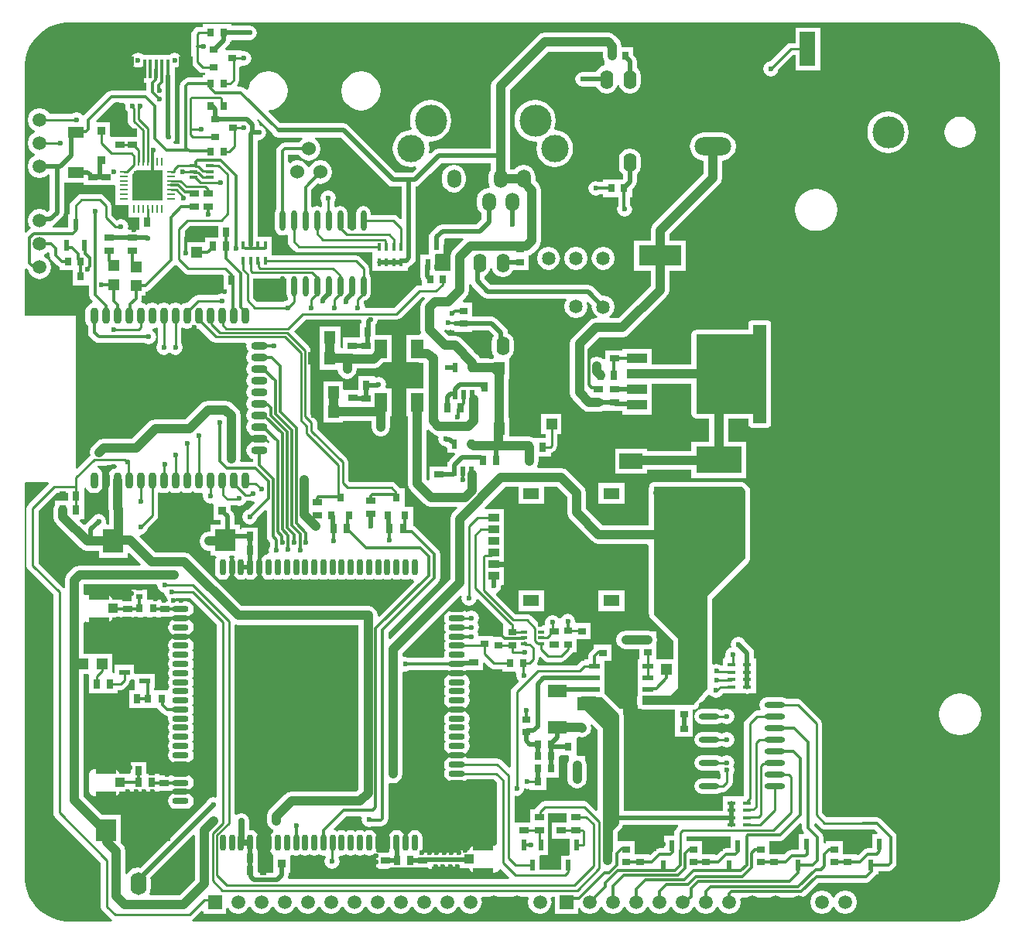
<source format=gtl>
%FSTAX23Y23*%
%MOIN*%
%SFA1B1*%

%IPPOS*%
%ADD11C,0.010000*%
%ADD12C,0.011810*%
%ADD13C,0.019680*%
%ADD19R,0.066930X0.049210*%
%ADD20R,0.035430X0.010000*%
%ADD21R,0.010000X0.035430*%
%ADD22R,0.037400X0.035430*%
%ADD23O,0.035000X0.070000*%
%ADD24O,0.070000X0.035000*%
%ADD25R,0.157500X0.157500*%
%ADD26R,0.029530X0.039370*%
%ADD27R,0.015750X0.082680*%
%ADD28R,0.059060X0.039370*%
%ADD29R,0.074800X0.074800*%
%ADD30R,0.039370X0.029530*%
%ADD31R,0.035430X0.015750*%
%ADD32R,0.017720X0.035430*%
%ADD33O,0.087840X0.023700*%
%ADD34R,0.086910X0.093540*%
%ADD35R,0.035430X0.017720*%
%ADD36R,0.021650X0.039370*%
%ADD37O,0.070870X0.027560*%
%ADD38O,0.027560X0.070870*%
%ADD39R,0.023620X0.045280*%
%ADD40R,0.035430X0.031500*%
%ADD41R,0.031500X0.035430*%
%ADD42R,0.066930X0.145670*%
%ADD43R,0.031500X0.035430*%
%ADD44R,0.035430X0.031500*%
%ADD45R,0.085040X0.042130*%
%ADD46R,0.047240X0.047240*%
%ADD47R,0.165350X0.086610*%
%ADD48R,0.055120X0.078740*%
%ADD49R,0.047240X0.055120*%
%ADD50R,0.047240X0.047240*%
%ADD51R,0.086910X0.102050*%
%ADD52R,0.098430X0.137790*%
%ADD53R,0.047240X0.023620*%
%ADD54R,0.078740X0.055120*%
%ADD55O,0.055120X0.082680*%
%ADD56R,0.035430X0.037400*%
%ADD57R,0.086610X0.041340*%
%ADD58R,0.041340X0.039370*%
%ADD59R,0.025980X0.024410*%
%ADD60R,0.027560X0.035430*%
%ADD61R,0.035430X0.027560*%
%ADD62R,0.196850X0.118110*%
%ADD63R,0.098430X0.066930*%
%ADD64R,0.183070X0.090550*%
%ADD65O,0.023700X0.087840*%
%ADD66R,0.027560X0.016540*%
%ADD67R,0.070870X0.051180*%
%ADD68R,0.047240X0.035430*%
%ADD69R,0.045280X0.023620*%
%ADD138R,0.122050X0.122050*%
%ADD139R,0.050000X0.025000*%
%ADD140C,0.039370*%
%ADD141C,0.027560*%
%ADD142C,0.023620*%
%ADD143O,0.043310X0.094490*%
%ADD144C,0.137800*%
%ADD145C,0.270000*%
%ADD146O,0.068900X0.098430*%
%ADD147C,0.058580*%
%ADD148R,0.059060X0.059060*%
%ADD149C,0.059060*%
%ADD150O,0.157480X0.078740*%
%ADD151O,0.078740X0.157480*%
%ADD152C,0.118110*%
%ADD153O,0.059060X0.078740*%
%ADD154C,0.060000*%
%ADD155R,0.059060X0.059060*%
%LNesp_gsm_iot-1*%
%LPD*%
G36*
X04061Y03863D02*
X04097Y03848D01*
X04129Y03827*
X04156Y03799*
X04178Y03767*
X04193Y03731*
X042Y03693*
Y03674*
Y00192*
Y00173*
X04193Y00135*
X04178Y00099*
X04156Y00067*
X04129Y00039*
X04097Y00018*
X04061Y00003*
X04023Y-00004*
X00725*
X00722Y00003*
X00727Y00007*
X00763Y00042*
X0077Y00039*
Y0003*
X00869*
Y00053*
X00877Y00055*
X00884Y00044*
X009Y00033*
X0092Y00029*
X00939Y00033*
X00955Y00044*
X00965Y00059*
X0097Y0006*
X00974Y00059*
X00984Y00044*
X01Y00033*
X0102Y00029*
X01039Y00033*
X01055Y00044*
X01065Y00059*
X0107Y0006*
X01074Y00059*
X01084Y00044*
X011Y00033*
X0112Y00029*
X01139Y00033*
X01155Y00044*
X01165Y00059*
X0117Y0006*
X01174Y00059*
X01184Y00044*
X012Y00033*
X0122Y00029*
X01239Y00033*
X01255Y00044*
X01265Y00059*
X0127Y0006*
X01274Y00059*
X01284Y00044*
X013Y00033*
X0132Y00029*
X01339Y00033*
X01355Y00044*
X01365Y00059*
X0137Y0006*
X01374Y00059*
X01384Y00044*
X014Y00033*
X0142Y00029*
X01439Y00033*
X01455Y00044*
X01465Y00059*
X0147Y0006*
X01474Y00059*
X01484Y00044*
X015Y00033*
X0152Y00029*
X01539Y00033*
X01555Y00044*
X01565Y00059*
X0157Y0006*
X01574Y00059*
X01584Y00044*
X016Y00033*
X0162Y00029*
X01639Y00033*
X01655Y00044*
X01665Y00059*
X0167Y0006*
X01674Y00059*
X01684Y00044*
X017Y00033*
X0172Y00029*
X01739Y00033*
X01755Y00044*
X01765Y00059*
X0177Y0006*
X01774Y00059*
X01784Y00044*
X018Y00033*
X0182Y00029*
X01839Y00033*
X01855Y00044*
X01865Y00059*
X0187Y0006*
X01874Y00059*
X01884Y00044*
X019Y00033*
X0192Y00029*
X01939Y00033*
X01955Y00044*
X01966Y0006*
X0197Y0008*
X01966Y00096*
X01971Y00104*
X02168*
X02173Y00096*
X02169Y0008*
X02173Y0006*
X02184Y00044*
X022Y00033*
X0222Y00029*
X02239Y00033*
X02255Y00044*
X02266Y0006*
X0227Y0008*
X02266Y00096*
X02271Y00104*
X02285*
Y0003*
X02384*
Y00053*
X02392Y00055*
X02399Y00044*
X02415Y00033*
X02435Y00029*
X02454Y00033*
X0247Y00044*
X0248Y00059*
X02485Y0006*
X02489Y00059*
X02499Y00044*
X02515Y00033*
X02535Y00029*
X02554Y00033*
X0257Y00044*
X0258Y00059*
X02585Y0006*
X02589Y00059*
X02599Y00044*
X02615Y00033*
X02635Y00029*
X02654Y00033*
X0267Y00044*
X0268Y00059*
X02685Y0006*
X02689Y00059*
X02699Y00044*
X02715Y00033*
X02735Y00029*
X02754Y00033*
X0277Y00044*
X0278Y00059*
X02785Y0006*
X02789Y00059*
X02799Y00044*
X02815Y00033*
X02835Y00029*
X02854Y00033*
X0287Y00044*
X0288Y00059*
X02885Y0006*
X02889Y00059*
X02899Y00044*
X02915Y00033*
X02935Y00029*
X02954Y00033*
X0297Y00044*
X0298Y00059*
X02985Y0006*
X02989Y00059*
X02999Y00044*
X03015Y00033*
X03035Y00029*
X03054Y00033*
X0307Y00044*
X03081Y0006*
X03085Y0008*
X03082Y00091*
X03089Y00099*
X03345*
X03354Y00101*
X03363Y00106*
X0342Y00164*
X03625*
X03635Y00166*
X03643Y00171*
X03667Y00195*
X03669Y00198*
X03677*
Y00214*
X0372*
X0373Y00216*
X03739Y00222*
X03748Y00231*
X03754Y0024*
X03756Y0025*
Y0036*
X03754Y00369*
X03748Y00378*
X03688Y00438*
X03679Y00444*
X0367Y00446*
X0361*
X03605Y00445*
X03455*
X03435Y00465*
Y0085*
X03433Y00859*
X03427Y00867*
X03347Y00947*
X03339Y00953*
X0333Y00955*
X03281*
X03274Y00959*
X03262Y00962*
X03198*
X03186Y00959*
X03175Y00952*
X03168Y00942*
X03166Y0093*
X03168Y00917*
X03171Y00913*
X03167Y00905*
X03155*
X03145Y00903*
X03137Y00897*
X03107Y00867*
X03101Y00859*
X03099Y0085*
Y00536*
X03099Y00536*
X03052*
X03044Y00537*
X03036Y00536*
X03007*
Y00474*
X0258*
Y00491*
Y00887*
X02579Y00889*
Y00891*
X02579Y00894*
X02578Y00896*
X02578Y00896*
Y00912*
X02566*
X02565Y00913*
X02534Y00944*
X02524Y00953*
X02523Y00954*
X02523Y00955*
X02501Y00977*
X02498Y00978*
Y01013*
Y01063*
Y01119*
X02527*
Y0119*
X02452*
Y01174*
X02451Y01173*
X02437Y01158*
X02431Y0115*
X02429Y0114*
Y01126*
X02412*
Y0112*
X0241*
X024Y01118*
X02392Y01112*
X02379Y011*
X02211*
X02208Y01105*
X02208Y01107*
X02213Y01115*
X02215Y01125*
Y01133*
X02222Y01136*
X02237Y01122*
X02245Y01116*
X02255Y01114*
X0231*
X02319Y01116*
X02327Y01122*
X02357Y01152*
X0236Y01155*
X02377*
Y01212*
X02437*
Y01282*
X02376*
X02371Y01289*
X02372Y0129*
X02369Y01302*
X02362Y01312*
X02352Y01319*
X0234Y01322*
X02327Y01319*
X02317Y01312*
X0231Y01302*
X02302Y01301*
X02297Y01307*
X02287Y01314*
X02275Y01317*
X02262Y01314*
X02252Y01307*
X02245Y01297*
X02243Y01288*
X0224Y01281*
Y01272*
X02221*
X02217Y01278*
X02182Y01312*
X02174Y01318*
X02165Y0132*
X02115*
X02032Y01403*
X02034Y01412*
X02043Y01418*
X0205Y01428*
X02053Y01441*
X02053Y01441*
X02058Y01447*
X02064*
Y01522*
X02002*
Y01547*
X02008*
X0201Y01547*
X02064*
Y01597*
Y01647*
Y01697*
Y01772*
X01985*
X01982Y0178*
X0207Y01868*
X02127*
Y01795*
X02237*
Y01868*
X02296*
X02337Y01826*
Y01758*
X0234Y01743*
X02349Y0173*
X02444Y01635*
X02457Y01626*
X02473Y01623*
X02683*
X02689Y01615*
Y01322*
X0269Y0132*
Y01318*
X0269Y01316*
X02693Y01309*
X02694Y01307*
X02696Y01305*
X02697Y01304*
X02762Y01239*
X02794Y01206*
Y01126*
X02722*
Y01174*
Y01196*
X02725Y0121*
X02722Y01223*
Y01245*
X02702*
X027Y01247*
X02685Y0125*
X0259*
X02574Y01247*
X02561Y01238*
X02561Y01238*
X02552Y01225*
X02549Y0121*
X02552Y01194*
X02561Y01181*
X02574Y01172*
X0259Y01169*
X0259Y01169*
X02647*
Y01126*
X02641*
Y01063*
Y01013*
Y00975*
X0264Y00974*
X0264Y00971*
Y00969*
X02639Y00967*
Y00934*
X02641Y00927*
Y00913*
X02653*
X02656Y00911*
X02664Y00909*
X02802*
Y00862*
Y00792*
X02877*
Y00854*
Y00909*
X02883Y00909*
X02883*
X02883Y00909*
X02884Y0091*
X02885Y0091*
X02885Y0091*
X02887Y0091*
X02889Y0091*
X02889Y0091*
X02889Y0091*
X0289Y00911*
X02892Y00911*
X02893Y00912*
X02894Y00912*
X02896Y00914*
X02897Y00914*
X02897Y00914*
X02897Y00914*
X02899Y00915*
X029Y00916*
X029Y00917*
X029Y00917*
X029Y00917*
X02901Y00918*
X02946Y00974*
X02953Y00974*
X02956Y0097*
X02967Y00963*
X02979Y0096*
X02991Y00963*
X03002Y0097*
X03004Y00973*
X03009Y00979*
X03105*
X03113Y00977*
X03121Y00979*
X0315*
Y0101*
Y01042*
Y01073*
Y0113*
X03143*
Y01151*
X03141Y01163*
X03134Y01172*
X03126Y01181*
X03123Y01184*
X03101Y01207*
X03097Y01212*
X03087Y01219*
X03075Y01222*
X03062Y01219*
X03052Y01212*
X03045Y01202*
X03042Y0119*
X03045Y01177*
X03037Y01176*
X03027Y01169*
X0302Y01159*
X03018Y01146*
X03019Y01138*
X03014Y0113*
X03009*
Y011*
X03002Y01098*
X03001Y01098*
X02992Y01104*
X0298Y01107*
X02969Y01104*
X02961Y01109*
X0296Y01251*
X0296Y01386*
X03117Y01544*
X03118Y01545*
X0312Y01547*
X03121Y01549*
X03124Y01556*
X03124Y01558*
Y0156*
X03125Y01562*
Y01852*
X03124Y01854*
Y01856*
X03124Y01858*
X03121Y01865*
X0312Y01867*
X03118Y01869*
X03117Y0187*
X03105Y01882*
X03104Y01883*
X03102Y01885*
X031Y01886*
X03093Y01889*
X03091Y01889*
X03089*
X03087Y0189*
X02712*
X0271Y01889*
X02708*
X02706Y01889*
X02702Y01887*
X02699Y01886*
X02697Y01884*
X02694*
Y01881*
X02693Y0188*
X0269Y01873*
X0269Y01871*
Y01869*
X02689Y01867*
Y01844*
X02689Y01843*
X02689Y01843*
Y01703*
X02489*
X02418Y01775*
Y01843*
X02415Y01858*
X02406Y01871*
X02341Y01936*
X02328Y01945*
X02313Y01948*
X02211*
X02207Y01956*
X02213Y01966*
X02216Y01981*
Y02*
X02267*
Y02015*
X02273Y02016*
X02281Y02022*
X02287Y02028*
X02293Y02036*
X02295Y02045*
Y02095*
X02313*
Y02181*
X02226*
Y02095*
X02244*
Y02079*
X0219*
X02186Y02082*
X02171Y02085*
X02087*
Y02167*
X02084*
Y02313*
X02085Y02315*
Y02332*
X02087*
Y02423*
X02094Y02428*
X02104Y02443*
X02108Y02462*
Y02489*
X02104Y02508*
X02094Y02523*
X02083Y0253*
Y02531*
X02081Y02543*
X02074Y02553*
X02033Y02593*
X02024Y026*
X02012Y02602*
X01927*
Y02662*
X0189*
X01887Y0267*
X01903Y02686*
X01912Y02699*
X01915Y02715*
Y0274*
X01917Y02741*
X01923Y02742*
X01928Y02733*
X01973Y02688*
X01983Y02682*
X01995Y02679*
X02331*
X02335Y02672*
X02329Y02664*
X02325Y02645*
X02329Y02625*
X0234Y02609*
X02356Y02598*
X02375Y02595*
X02394Y02598*
X0241Y02609*
X02421Y02625*
X02425Y02645*
X02422Y02662*
X02428Y02666*
X02428Y02667*
X02444Y0265*
X02443Y02644*
X02447Y02625*
X02458Y02609*
X02467Y02603*
X02465Y02595*
X0246*
X02444Y02592*
X02431Y02583*
X02361Y02513*
X02352Y025*
X02349Y02485*
Y02275*
X02352Y02259*
X02361Y02246*
X02405Y02203*
X02418Y02194*
X02433Y02191*
X0247*
X02485Y02194*
X02489Y02197*
X02542*
X02544Y02196*
X02575*
Y0218*
X027*
Y02247*
Y02314*
X02873*
Y02183*
X02875Y02176*
X02879Y02169*
X02886Y02165*
X02894Y02163*
X02949*
Y02063*
X02871*
Y02022*
X02682*
Y02033*
X02544*
Y01926*
X02682*
Y01942*
X02871*
Y01906*
X03108*
Y02063*
X0303*
Y02163*
X03118*
Y02142*
X03119Y02134*
X03123Y02128*
X0313Y02123*
X03138Y02122*
X03195*
X03203Y02123*
X0321Y02128*
X03214Y02134*
X03216Y02142*
Y02567*
X03214Y02575*
X0321Y02581*
X03203Y02586*
X03195Y02587*
X03138*
X0313Y02586*
X03123Y02581*
X03119Y02575*
X03118Y02567*
Y02546*
X02894*
X02886Y02544*
X02879Y0254*
X02875Y02533*
X02873Y02526*
Y02395*
X027*
Y02462*
X02575*
Y02455*
X025*
Y0242*
X02492Y02418*
X0248Y02427*
X02465Y0243*
X02449Y02427*
X02438Y02419*
X0243Y02421*
Y02468*
X02476Y02514*
X02575*
X0259Y02517*
X02603Y02526*
X02766Y02689*
X02775Y02702*
X02778Y02717*
Y028*
X02849*
Y02929*
X02778*
Y02956*
X02993Y03171*
X03002Y03184*
X03005Y032*
Y03274*
X03027Y03279*
X03046Y03292*
X0306Y03311*
X03064Y03335*
X0306Y03358*
X03046Y03377*
X03027Y0339*
X03004Y03395*
X02925*
X02902Y0339*
X02883Y03377*
X0287Y03358*
X02865Y03335*
X0287Y03311*
X02883Y03292*
X02902Y03279*
X02924Y03274*
Y03216*
X02709Y03001*
X027Y02988*
X02697Y02972*
Y02929*
X02626*
Y028*
X02697*
Y02734*
X02558Y02595*
X02521*
X02519Y02603*
X02528Y02609*
X02539Y02625*
X02543Y02644*
X02539Y02663*
X02528Y0268*
X02512Y0269*
X02493Y02694*
X02487Y02693*
X02449Y02731*
X02439Y02737*
X02428Y0274*
X02428*
X02007*
X0198Y02767*
Y02776*
X01994Y02786*
X02004Y02801*
X02005Y02809*
X02014*
X02015Y02801*
X02025Y02786*
X02041Y02775*
X0206Y02772*
X02078Y02775*
X02094Y02786*
X02104Y02801*
X02104Y02802*
X02172*
Y02866*
X02178Y02867*
X02191Y02876*
X02214Y02899*
X02223Y02912*
X02226Y02928*
Y03145*
X02223Y0316*
X02214Y03173*
X022Y03188*
Y03206*
X02196Y03225*
X02185Y03241*
X02169Y03252*
X0215Y03256*
X0213Y03252*
X02114Y03241*
X02111Y03236*
X0209*
Y03295*
Y03578*
X02256Y03744*
X02492*
Y03725*
X02495Y03709*
X02497Y03707*
Y03687*
X02491Y03682*
X02489Y03682*
X02474Y03671*
X02463Y03656*
X02463Y03655*
X02415*
X02405Y03657*
X02392Y03654*
X02382Y03647*
X02375Y03637*
X02372Y03625*
X02375Y03612*
X02382Y03602*
X02392Y03595*
X02405Y03592*
X02415Y03594*
X02463*
X02463Y03591*
X02474Y03576*
X02489Y03565*
X02508Y03562*
X02526Y03565*
X02542Y03576*
X02552Y03591*
X02554Y03599*
X02562*
X02563Y03591*
X02574Y03576*
X02589Y03565*
X02608Y03562*
X02626Y03565*
X02642Y03576*
X02652Y03591*
X02656Y0361*
Y03637*
X02652Y03656*
X02642Y03671*
X02638Y03674*
Y03702*
X02636Y03713*
X02629Y03723*
X02622Y0373*
Y03762*
X02572*
Y03766*
X02569Y03782*
X0256Y03795*
X02542Y03813*
X02529Y03822*
X02514Y03825*
X0224*
X02224Y03822*
X02211Y03813*
X02021Y03623*
X02012Y0361*
X02009Y03595*
Y03325*
X01785*
X01773Y03322*
X01763Y03316*
X01752Y03305*
X01743Y03306*
X01742Y03306*
X01745Y03326*
X01742Y03347*
X01741Y03351*
X01745Y03357*
X0175Y03357*
X01773Y0336*
X01794Y03369*
X01813Y03383*
X01827Y03401*
X01836Y03423*
X01839Y03446*
X01836Y03469*
X01827Y03491*
X01813Y03509*
X01794Y03523*
X01773Y03532*
X0175Y03535*
X01726Y03532*
X01705Y03523*
X01686Y03509*
X01672Y03491*
X01663Y03469*
X0166Y03446*
X01663Y03423*
X01668Y03412*
X01662Y03405*
X01645Y03403*
X01626Y03395*
X01609Y03382*
X01597Y03366*
X01589Y03347*
X01586Y03326*
X01589Y03305*
X01597Y03286*
X01609Y0327*
X01626Y03257*
X01645Y03249*
X01666Y03247*
X01685Y03249*
X01686Y03249*
X01687Y0324*
X0167Y03222*
X01599*
X01396Y03426*
X01386Y03432*
X01375Y03435*
X01101*
X01053Y03483*
X01056Y03491*
X01071Y03493*
X01092Y03501*
X01109Y03515*
X01123Y03532*
X01131Y03553*
X01134Y03575*
X01131Y03596*
X01123Y03617*
X01109Y03634*
X01092Y03648*
X01071Y03656*
X0105Y03659*
X01028Y03656*
X01007Y03648*
X0099Y03634*
X00976Y03617*
X00968Y03596*
X00966Y03581*
X00958Y03578*
X00952Y03584*
X00943Y0359*
X00933Y03592*
X00918*
X00915Y03599*
X00917Y03602*
X00923Y0361*
X00925Y0362*
Y03676*
X00931Y03679*
X00939Y03683*
X00945Y03682*
X00957Y03685*
X00967Y03692*
X00974Y03702*
X00977Y03715*
X00974Y03727*
X00967Y03737*
X00957Y03744*
X00945Y03747*
X00939Y03746*
X00931Y0375*
X00868*
X00865Y03757*
X00878Y03771*
X00885Y0378*
X00886Y03787*
X00892*
Y03794*
X00959*
X0097Y03792*
X00982Y03795*
X00992Y03802*
X00999Y03812*
X01002Y03825*
X00999Y03837*
X00992Y03847*
X00982Y03854*
X0097Y03857*
X00959Y03855*
X00892*
Y03862*
X00767*
Y0385*
X0075*
X00741Y03848*
X00733Y03842*
X00727Y03836*
X00721Y03828*
X00719Y03819*
Y03769*
X00718Y03765*
X00719Y0376*
Y037*
X00721Y0369*
X00727Y03682*
X00749Y03659*
X00757Y03654*
X00767Y03652*
X00778*
Y03643*
X00767*
Y03632*
X00706*
X00696Y0363*
X00687Y03624*
X00676Y03613*
X0067Y03604*
X00668Y03595*
Y03346*
X00646*
X00643Y03353*
X00649Y03362*
X00652Y03375*
X00649Y03386*
Y03638*
X00647Y03649*
X00647Y0365*
Y03675*
X00659Y03677*
X00669Y03684*
X00676Y03695*
X00679Y03707*
X00676Y03719*
X00669Y0373*
X00659Y03736*
X00647Y03739*
X00634Y03736*
X00625Y0373*
X00515*
X00508Y03732*
X00501Y03736*
X00489Y03739*
X00477Y03736*
X00466Y0373*
X00459Y03719*
X00457Y03707*
X00459Y03695*
X00466Y03684*
X00477Y03677*
X00489Y03675*
X00501Y03677*
X00507Y03681*
X00515Y03677*
Y03608*
X00525*
Y0358*
X0052Y03576*
X00375*
X00365Y03574*
X00356Y03568*
X00258Y0347*
X00249Y0347*
X00247Y03472*
X00237Y03479*
X00225Y03482*
X00212Y03479*
X00205Y03475*
X00107*
X001Y03485*
X00084Y03496*
X00065Y035*
X00045Y03496*
X00029Y03485*
X00018Y03469*
X00014Y0345*
X00018Y0343*
X00029Y03414*
X00044Y03404*
X00045Y034*
X00044Y03395*
X00029Y03385*
X00018Y03369*
X00014Y0335*
X00018Y0333*
X00029Y03314*
X00044Y03304*
X00045Y033*
X00044Y03295*
X00029Y03285*
X00018Y03269*
X00014Y0325*
X00018Y0323*
X00029Y03214*
X00045Y03203*
X00065Y03199*
X00084Y03203*
X001Y03214*
X00102Y03216*
X00109Y03214*
Y03062*
X001Y03052*
X00097*
X00084Y03061*
X00065Y03065*
X00045Y03061*
X00029Y0305*
X00018Y03034*
X00014Y03015*
X00018Y02995*
X00027Y02982*
X00021Y02978*
X00007Y02964*
X0Y02968*
Y03673*
X0Y03674*
Y03693*
X00008Y03731*
X00023Y03767*
X00044Y03799*
X00072Y03827*
X00104Y03848*
X0014Y03863*
X00178Y0387*
X04023*
X04061Y03863*
G37*
G36*
X00435Y03516D02*
X00434Y0351D01*
X00436Y03497*
X00443Y03487*
X00446Y03485*
Y03444*
X00448Y03434*
X00454Y03426*
X00485Y03394*
Y03375*
X0037*
X00368Y03382*
Y03439*
X00311*
X00308Y03446*
X00385Y03523*
X00429*
X00435Y03516*
G37*
G36*
X01566Y03171D02*
D01*
X01575Y03164*
X01587Y03162*
X01626*
Y03024*
X01619Y03021*
X01607Y03033*
X01599Y03038*
X01589Y0304*
X01492*
Y03047*
X01489Y03059*
X01482Y0307*
X01472Y03077*
X0146Y03079*
X01447Y03077*
X01437Y0307*
X0143Y03059*
X01427Y03047*
Y02983*
X01425Y0298*
X01398*
X01392Y02986*
Y03047*
X01389Y03059*
X01382Y0307*
X01372Y03077*
X0136Y03079*
X01347Y03077*
X01342Y03073*
X01334Y03077*
Y03096*
X01337Y03101*
X0134Y03113*
X01337Y03126*
X0133Y03136*
X0132Y03143*
X01308Y03145*
X01295Y03143*
X01285Y03136*
X01278Y03126*
X01276Y03113*
X01278Y03101*
X01283Y03093*
Y03078*
X01276Y03074*
X01272Y03077*
X0126Y03079*
X01247Y03077*
X01243Y03074*
X01236Y03078*
Y03149*
X01263Y03176*
X01275Y03174*
X01294Y03178*
X0131Y03189*
X01321Y03205*
X01325Y03225*
X01321Y03244*
X0131Y0326*
X01294Y03271*
X01275Y03275*
X01255Y03271*
X01239Y0326*
X01229Y03246*
X01226Y03245*
X01223*
X0122Y03246*
X0121Y0326*
X01194Y03271*
X01175Y03275*
X01155Y03271*
X01144Y03264*
X01136Y03268*
Y03298*
X01182*
X01189Y03289*
X01205Y03278*
X01225Y03274*
X01244Y03278*
X0126Y03289*
X01271Y03305*
X01275Y03325*
X01271Y03344*
X0126Y0336*
X01251Y03367*
X01253Y03374*
X01362*
X01566Y03171*
G37*
G36*
X01066Y03396D02*
X01067Y03393D01*
X01073Y03383*
X01083Y03377*
X01095Y03374*
X01196*
X01198Y03367*
X01189Y0336*
X01182Y03351*
X0112*
X0111Y03349*
X01101Y03343*
X01091Y03333*
X01086Y03325*
X01084Y03315*
Y03065*
X0108Y03059*
X01077Y03047*
Y02983*
X0108Y02971*
X01087Y0296*
X01097Y02953*
X0111Y02951*
X01122Y02953*
X01126Y02956*
X01134Y02952*
Y02925*
X01136Y02915*
X01142Y02907*
X01163Y02885*
X01171Y0288*
X01181Y02878*
X01499*
Y02843*
X01497Y02835*
X01499Y02828*
Y02799*
X0165*
Y02814*
X01655Y02815*
X01665Y02821*
X01677Y02834*
X01684Y02844*
X01686Y02855*
Y03163*
X01694Y03164*
X01703Y03171*
X01797Y03264*
X02009*
Y03234*
X02003Y03225*
X01999Y03206*
Y03186*
X02003Y03167*
X02006Y03162*
X02002Y03156*
X02Y03156*
X0198Y03152*
X01964Y03141*
X01953Y03125*
X01949Y03106*
Y03086*
X01953Y03067*
X01964Y03051*
X01969Y03047*
Y03022*
X01947Y03*
X018*
X01788Y02997*
X01778Y02991*
X01755Y02968*
X01749Y02958*
X01748Y02956*
X01743*
Y02871*
X01737Y02868*
X01706*
Y02826*
X01705Y02823*
Y02775*
X01707Y02763*
X01712Y02757*
Y02737*
X01701*
X01691Y02735*
X01683Y0273*
X01593Y02639*
X01467*
X01467Y0264*
X01464Y02652*
X0146Y02659*
Y02667*
X01464Y02671*
X01472Y02672*
X01482Y02679*
X01489Y0269*
X01492Y02702*
Y02766*
X01489Y02779*
X01485Y02785*
Y0281*
X01483Y02819*
X01477Y02827*
X01446Y02859*
X01438Y02864*
X01428Y02866*
X01065*
Y02945*
X01006*
X01004Y02953*
X01006Y02962*
X01004Y02972*
Y03358*
X0101Y03362*
X01022Y03365*
X01032Y03372*
X01039Y03382*
X01042Y03395*
X01039Y03407*
X01032Y03417*
X01022Y03424*
X0101Y03427*
Y0343*
X01007Y03441*
X01002Y03449*
X01008Y03454*
X01066Y03396*
G37*
G36*
X00595Y03202D02*
Y03182D01*
Y03163*
Y03143*
Y03123*
Y03103*
Y03103*
X00466*
Y03103*
Y03123*
Y03143*
Y03163*
Y03182*
Y03202*
Y03216*
X00482Y03232*
X00595*
Y03202*
G37*
G36*
X00255Y03169D02*
X00389D01*
X00391Y03162*
Y03123*
Y03084*
X00447*
Y03028*
X00494*
Y02976*
X00452*
X00446Y02984*
X00447Y0299*
X00444Y03002*
X00437Y03012*
X00427Y03019*
X00415Y03022*
X00402Y03019*
X00398Y03016*
X00375Y0304*
Y0308*
X00373Y03089*
X00367Y03097*
X00342Y03122*
X00334Y03128*
X00325Y0313*
X00245*
X00235Y03128*
X00227Y03122*
X00202Y03097*
X00196Y03089*
X00194Y0308*
Y03041*
X00188*
Y02986*
X00121*
X0012Y02993*
X00124Y02994*
X00133Y03001*
X00161Y03028*
X00167Y03038*
X0017Y0305*
Y03179*
X00255*
Y03169*
G37*
G36*
X00834Y02944D02*
X00777D01*
Y02921*
X00696*
X0069Y02925*
Y02969*
X00713Y02992*
X00834*
Y02944*
G37*
G36*
X0189Y02932D02*
X01846Y02888D01*
X01837Y02875*
X01834Y0286*
Y02798*
X01769*
Y02868*
X01775Y02871*
X01806*
Y02913*
X01807Y02916*
X01807*
Y02934*
X01812Y02939*
X01888*
X0189Y02932*
G37*
G36*
X00108Y02877D02*
Y02865D01*
X0011Y02855*
X00116Y02846*
X00141Y02821*
X0015Y02815*
X00152Y02815*
Y02802*
X00207*
Y02737*
X00277*
X00278Y02729*
Y02695*
X0028Y02685*
X00285Y02677*
X00294Y02668*
X00292Y02659*
X00286Y02658*
X00274Y0265*
X00265Y02638*
X00263Y02623*
Y02588*
X00265Y02573*
X00274Y02561*
X00274Y02561*
Y02534*
X00276Y02524*
X00282Y02515*
X00301Y02496*
X0031Y0249*
X0032Y02488*
X00517*
X00522Y02485*
X00535Y02482*
X00547Y02485*
X00557Y02492*
X00564Y02502*
X00567Y02515*
X00564Y02527*
X00557Y02537*
X00549Y02542*
X0055Y02546*
X00552Y0255*
X00565Y02553*
X00568Y02555*
X00575Y02551*
Y02489*
X0057Y02482*
X00567Y0247*
X0057Y02457*
X00577Y02447*
X00587Y0244*
X006Y02437*
X00612Y0244*
X00619Y02445*
X00625Y02446*
X0063Y02445*
X00637Y0244*
X0065Y02437*
X00662Y0244*
X00672Y02447*
X00679Y02457*
X00682Y0247*
X00679Y02482*
X00675Y02488*
Y02551*
X00683Y02555*
X00686Y02553*
X00701Y0255*
X00715Y02553*
X00726Y0256*
X00736Y02553*
X00751Y0255*
X00752Y0255*
X00806Y02497*
X00814Y02491*
X00824Y02489*
X00953*
X00958Y02483*
X00956Y02476*
X00959Y02461*
X00966Y02451*
X00959Y0244*
X00956Y02426*
X00959Y02411*
X00966Y02401*
X00959Y0239*
X00956Y02376*
X00959Y02361*
X00966Y02351*
X00959Y0234*
X00956Y02326*
X00959Y02311*
X00966Y02301*
X00959Y0229*
X00956Y02276*
X00959Y02261*
X00966Y02251*
X00959Y0224*
X00956Y02226*
X00959Y02211*
X00966Y02201*
X00959Y0219*
X00956Y02176*
X00959Y02161*
X00966Y02151*
X00959Y0214*
X00956Y02126*
X00959Y02111*
X00967Y02099*
X00979Y0209*
X00994Y02088*
X01029*
X0103Y02088*
X01056Y02062*
X01051Y02056*
X01044Y02061*
X01029Y02063*
X00994*
X00979Y02061*
X00967Y02052*
X00959Y0204*
X00956Y02026*
X00959Y02011*
X00967Y01999*
X00979Y0199*
X00985Y01989*
Y01976*
X00933*
X00928Y01982*
X0093Y0199*
Y02176*
X00927Y02192*
X00918Y02205*
X00895Y02228*
X00882Y02237*
X00866Y0224*
X0079*
X00774Y02237*
X00761Y02228*
X00693Y0216*
X00565*
X00549Y02157*
X00536Y02148*
X00463Y02075*
X0034*
X00324Y02072*
X00311Y02063*
X00294Y02045*
X00285Y02032*
X00282Y02017*
X00284Y02004*
X00282Y02002*
X00227Y01947*
X0022Y0195*
Y02605*
X0*
Y02807*
X00007Y02811*
X00013Y02805*
X00017Y02803*
X00018Y02795*
X00029Y02779*
X00045Y02768*
X00065Y02764*
X00084Y02768*
X001Y02779*
X00111Y02795*
X00115Y02815*
X00111Y02834*
X001Y0285*
X00085Y0286*
X00084Y02865*
X00085Y02869*
X001Y02879*
X00101Y0288*
X00108Y02877*
G37*
G36*
X00655Y02823D02*
X00687Y02792D01*
X00695Y02786*
X00705Y02784*
X00854*
X00859Y0278*
Y0272*
X00871*
Y02702*
X00864Y02698*
X00862Y02699*
X0085Y02702*
X00837Y02699*
X0083Y02695*
X00747*
X00737Y02693*
X00729Y02687*
X00702Y02661*
X00701Y02661*
X00686Y02658*
X00676Y02651*
X00665Y02658*
X00651Y02661*
X00636Y02658*
X00626Y02651*
X00615Y02658*
X00601Y02661*
X00586Y02658*
X00576Y02651*
X00565Y02658*
X00551Y02661*
X00536Y02658*
X00526Y02651*
X00515Y02658*
X00507Y0266*
X00503Y02668*
X00504Y0267*
X00506Y0268*
Y02691*
X00523*
Y02709*
X00529Y0271*
X00538Y02716*
X00645Y02823*
X00654Y02824*
X00655Y02823*
G37*
G36*
X01127Y02766D02*
Y02702D01*
X0113Y0269*
X01134Y02683*
Y02675*
X0113Y02671*
X01122Y02669*
X01115Y02665*
X01001*
X00985Y02681*
Y02767*
X01127*
X01127Y02766*
G37*
G36*
X01843Y02544D02*
X01852Y02542D01*
Y02537*
X01927*
Y02542*
X02*
X02023Y02519*
X02015Y02508*
X02011Y02489*
Y02462*
X02015Y02443*
X02021Y02435*
X02016Y02427*
X02001*
Y02424*
X01963*
X01957Y02433*
X01882Y02508*
X01869Y02517*
X01854Y0252*
X01826*
X01807Y02539*
X01812Y02545*
X01812Y02545*
X01825Y02542*
X01837Y02545*
X01839Y02547*
X01843Y02544*
G37*
G36*
X01726Y0268D02*
X01716Y0267D01*
X01707Y02657*
X01704Y02641*
Y02545*
X01707Y02531*
X01703Y02523*
X01646*
Y02405*
X01697*
X01701Y02404*
X01719*
Y02291*
X01646*
Y02173*
X01653*
Y01881*
X01656Y01865*
X01665Y01852*
X01723Y01795*
X01736Y01786*
X01751Y01783*
X01861*
X01864Y01775*
X01846Y01758*
X01837Y01745*
X01834Y0173*
Y01472*
X01575Y01213*
X01568Y01216*
Y01241*
X01783Y01456*
X01789Y01465*
X01791Y01475*
Y0158*
X01789Y01589*
X01783Y01598*
X01687Y01694*
X01678Y017*
X01675Y017*
X01674Y01708*
Y01783*
X01643*
X01637Y01786*
Y01861*
X01617*
X01615Y01864*
X01597Y01882*
X01589Y01888*
X0158Y0189*
X014*
X01395Y01895*
Y01975*
X01393Y01984*
X01387Y01992*
X0126Y0212*
Y02145*
X01258Y02154*
X01252Y02162*
X01233Y02182*
Y02456*
X01231Y02466*
X01225Y02474*
X0116Y0254*
X0121Y02589*
X01448*
X01453Y02583*
X01453Y02582*
Y02574*
X01444*
Y02512*
X0143*
X01371*
Y02467*
X01368Y02466*
X0136Y0247*
Y02559*
X01273*
Y02469*
X01272*
Y02374*
X01349*
X01352Y02359*
X01361Y02346*
X01374Y02337*
X0139Y02334*
X01405Y02337*
X01418Y02346*
X01427Y02359*
X0143Y02375*
Y0238*
X01504*
X0152Y02383*
X01533Y02392*
X01545Y02405*
X01583*
Y02523*
X01512*
Y02537*
X01513Y02539*
Y02568*
X01519Y02577*
X01522Y02589*
X01603*
X01613Y02591*
X01621Y02596*
X01711Y02687*
X01723*
X01726Y0268*
G37*
G36*
X03195Y02142D02*
X03138D01*
Y02183*
X02894*
Y02526*
X03138*
Y02567*
X03195*
Y02142*
G37*
G36*
X01754Y02101D02*
X01767Y02092D01*
X01778Y0209*
X01778Y0209*
X01784Y02083*
X01784Y02081*
X01782Y02075*
X01785Y02062*
X01792Y02052*
X01802Y02045*
X01815Y02042*
X01821Y02036*
Y02015*
X01852*
X01855Y02008*
X01831Y01983*
X01826Y01975*
X01821*
Y01955*
X01745*
Y01901*
X01737Y01897*
X01733Y019*
Y02112*
X01741Y02115*
X01754Y02101*
G37*
G36*
X00736Y01844D02*
X00751Y01841D01*
X00762Y01843*
X00768Y01839*
X00769Y01837*
X00767Y0183*
X0077Y01817*
X00777Y01807*
X00787Y018*
X008Y01797*
X00806Y01799*
X00814Y01793*
Y01726*
X00844*
Y01706*
X00801*
Y01675*
X00795*
X00779Y01672*
X00766Y01663*
X00757Y0165*
X00754Y01635*
X00757Y01619*
X00766Y01606*
X00779Y01597*
X00795Y01594*
X00801*
Y01573*
X00823*
X00828Y01565*
X00823Y01558*
X0082Y01545*
Y01502*
X00823Y01489*
X0083Y01478*
X00841Y0147*
X00855Y01468*
X00868Y0147*
X00879Y01478*
X00886Y01489*
X00889Y01502*
Y01545*
X00886Y01558*
X00881Y01565*
X00886Y01573*
X00902*
X00906Y01565*
X00902Y01558*
X00899Y01545*
Y01502*
X00902Y01489*
X00909Y01478*
X0092Y0147*
X00933Y01468*
X00946Y0147*
X00953Y01475*
X0096Y0147*
X00973Y01468*
X00986Y0147*
X00997Y01478*
X01004Y01489*
X01007Y01502*
Y01545*
X01005Y01556*
Y01615*
Y01694*
X00936*
Y01685*
X00927*
Y01706*
X00905*
Y01741*
X00902Y01752*
X00896Y01762*
X00889Y01769*
Y0179*
X00909*
X00912Y01788*
X00925Y01786*
X00937Y01788*
X00947Y01795*
X00954Y01806*
X00955Y01808*
X00972*
X00972Y01808*
X00985Y01806*
X00988Y01806*
X00992Y01799*
X00964Y0177*
X00957Y01769*
X00947Y01762*
X0094Y01752*
X00937Y0174*
X0094Y01727*
X00947Y01717*
X00957Y0171*
X0097Y01707*
X00982Y0171*
X00992Y01717*
X00999Y01727*
X01Y01734*
X01036Y0177*
X01044Y01767*
Y01655*
X01046Y01645*
X01051Y01637*
X01058Y0163*
Y01612*
X01055Y01607*
X01052Y01595*
X01054Y01587*
X01053Y01585*
X01049Y01579*
X01048Y01579*
X01038Y01577*
X01027Y01569*
X0102Y01558*
X01017Y01545*
Y01502*
X0102Y01489*
X01027Y01478*
X01038Y0147*
X01051Y01468*
X01064Y0147*
X01071Y01475*
X01078Y0147*
X01091Y01468*
X01104Y0147*
X0111Y01475*
X01117Y0147*
X0113Y01468*
X01143Y0147*
X0115Y01475*
X01156Y0147*
X0117Y01468*
X01183Y0147*
X01189Y01475*
X01196Y0147*
X01209Y01468*
X01222Y0147*
X01229Y01475*
X01235Y0147*
X01248Y01468*
X01261Y0147*
X01268Y01475*
X01275Y0147*
X01288Y01468*
X01301Y0147*
X01307Y01475*
X01314Y0147*
X01327Y01468*
X0134Y0147*
X01347Y01475*
X01353Y0147*
X01366Y01468*
X01379Y0147*
X01386Y01475*
X01393Y0147*
X01406Y01468*
X01419Y0147*
X01425Y01475*
X01432Y0147*
X01445Y01468*
X01458Y0147*
X01465Y01475*
X01471Y0147*
X01484Y01468*
X01498Y0147*
X01504Y01475*
X01511Y0147*
X01524Y01468*
X01537Y0147*
X01544Y01475*
X0155Y0147*
X01563Y01468*
X01576Y0147*
X01583Y01475*
X0159Y0147*
X01603Y01468*
X01616Y0147*
X01622Y01475*
X01629Y0147*
X01642Y01468*
X01655Y0147*
X01662Y01475*
X01668Y0147*
X01676Y01469*
X01678Y0146*
X01527Y01309*
X0152Y01312*
Y01315*
X01517Y0133*
X01508Y01343*
X01495Y01352*
X0148Y01355*
X00936*
X00718Y01573*
X00705Y01582*
X00689Y01585*
X00566*
X00496Y01655*
X005Y01662*
X00512Y01665*
X00522Y01672*
X00529Y01682*
X00531Y0169*
X00568Y01728*
X00574Y01736*
X00576Y01746*
Y01843*
X00583Y01846*
X00586Y01844*
X00601Y01841*
X00615Y01844*
X00626Y01851*
X00636Y01844*
X00651Y01841*
X00665Y01844*
X00676Y01851*
X00686Y01844*
X00701Y01841*
X00715Y01844*
X00726Y01851*
X00736Y01844*
G37*
G36*
X00398Y01951D02*
X00386Y01949D01*
X00374Y01941*
X00365Y01929*
X00363Y01914*
Y019*
X00362Y01895*
Y01831*
X00363Y01824*
Y01775*
X00364Y01767*
Y01705*
X00357*
X0035Y01713*
X00352Y0172*
X00349Y01732*
X00342Y01742*
X00332Y01749*
X0032Y01752*
X00307Y01749*
X00297Y01742*
X00291Y01734*
X00263Y01706*
X00256Y01705*
X00238Y01723*
X00241Y0173*
X00257*
Y0179*
Y01864*
X00265Y01865*
X00265Y01864*
X00274Y01852*
X00286Y01844*
X00301Y01841*
X00315Y01844*
X00327Y01852*
X00336Y01864*
X00338Y01879*
Y01914*
X00336Y01929*
X00327Y01941*
X00317Y01948*
X00314Y01955*
X00314Y01957*
X00316Y01959*
X00397*
X00398Y01951*
G37*
G36*
X00189Y01809D02*
X0017D01*
X00166Y0181*
X00162Y01809*
X00132*
Y01789*
X00129Y01785*
X00126Y0177*
Y01738*
X00129Y01723*
X00138Y0171*
X00241Y01606*
X00254Y01597*
X0027Y01594*
X0032*
Y01564*
X00446*
Y01581*
X00453Y01584*
X005Y01537*
X00497Y0153*
X00238*
X00222Y01527*
X00209Y01518*
X00186Y01495*
X00177Y01482*
X00174Y01466*
Y01436*
X0017Y01434*
X00166Y01433*
X0006Y0154*
Y01764*
X00139Y01844*
X00189*
Y01809*
G37*
G36*
X00572Y01445D02*
X00575Y01432D01*
X00582Y01422*
X00592Y01415*
X00603Y01413*
X00605Y01402*
X00612Y01392*
X00615Y0139*
X00617Y01379*
X00616Y01377*
X00587*
Y01382*
X00527*
Y01427*
X00462*
Y01382*
X00462*
Y01377*
X0042*
Y01384*
X00379*
X00377Y0139*
X00373Y01396*
X00367Y014*
X00359Y01402*
X00268*
X00263Y01401*
X00255Y01405*
Y01449*
X00568*
X00572Y01445*
G37*
G36*
X00829Y01274D02*
Y00536D01*
X00821Y0053*
X00815Y00532*
X00802Y00529*
X00792Y00522*
X00785Y00512*
X00785Y00511*
X00501Y00227*
X0049Y00229*
X00469Y00225*
X00451Y00213*
X00442Y00199*
X00434Y00202*
Y003*
X00431Y00316*
X00422Y00329*
X00416Y00335*
Y00456*
X00335*
X00255Y00536*
Y01061*
X0027*
X00277Y01059*
Y0098*
X00402*
Y00994*
X00415*
X00424Y00996*
X00432Y01002*
X00447Y01017*
X00453Y01025*
X00455Y01035*
X00458Y01038*
X00473*
X00476Y01032*
Y01001*
X00474Y00994*
X0045*
Y00915*
X00519*
Y00917*
X00572*
X00576Y00911*
X00596Y00891*
X00605Y00885*
X00613Y00884*
X00615Y00883*
X00619Y00875*
X00618Y0087*
X0062Y00857*
X00625Y0085*
X0062Y00844*
X00618Y00831*
X0062Y00818*
X00625Y00811*
X0062Y00804*
X00618Y00791*
X0062Y00778*
X00625Y00772*
X0062Y00765*
X00618Y00752*
X0062Y00739*
X00625Y00732*
X0062Y00726*
X00618Y00712*
X0062Y00699*
X00628Y00688*
X00639Y00681*
X00652Y00678*
X00695*
X00708Y00681*
X00719Y00688*
X00727Y00699*
X00729Y00712*
X00727Y00726*
X00722Y00732*
X00727Y00739*
X00729Y00752*
X00727Y00765*
X00722Y00772*
X00727Y00778*
X00729Y00791*
X00727Y00804*
X00722Y00811*
X00727Y00818*
X00729Y00831*
X00727Y00844*
X00722Y0085*
X00727Y00857*
X00729Y0087*
X00727Y00883*
X00722Y0089*
X00727Y00896*
X00729Y00909*
X00727Y00922*
X00722Y00929*
X00727Y00936*
X00729Y00949*
X00727Y00962*
X00722Y00968*
X00727Y00975*
X00729Y00988*
X00727Y01001*
X00722Y01008*
X00727Y01014*
X00729Y01027*
X00727Y0104*
X00722Y01047*
X00727Y01054*
X00729Y01067*
X00727Y0108*
X00722Y01086*
X00727Y01093*
X00729Y01106*
X00727Y01119*
X00722Y01126*
X00727Y01132*
X00729Y01146*
X00727Y01159*
X00722Y01165*
X00727Y01172*
X00729Y01185*
X00727Y01198*
X00719Y01209*
X00708Y01216*
X00695Y01219*
X00652*
X00639Y01216*
X00628Y01209*
X0062Y01198*
X00618Y01185*
X0062Y01172*
X00625Y01165*
X0062Y01159*
X00618Y01146*
X0062Y01132*
X00625Y01126*
X0062Y01119*
X00618Y01106*
X0062Y01093*
X00625Y01086*
X0062Y0108*
X00618Y01067*
X0062Y01054*
X00625Y01047*
X0062Y0104*
X00618Y01027*
X0062Y01014*
X00625Y01008*
X0062Y01001*
X00618Y00992*
X00557*
Y01001*
X00561*
Y01064*
X0048*
X00476*
X00473Y0107*
Y01101*
X00388*
Y01067*
X00387Y01066*
X00379Y0107*
Y01148*
X00255*
Y01284*
X00263Y01288*
X00268Y01287*
X00359*
X00367Y01289*
X00373Y01293*
X00377Y01299*
X00379Y01305*
X0042*
Y01309*
X00462*
Y01307*
X00587*
Y01309*
X00644*
Y01309*
X00645Y0131*
X00652Y01308*
X00695*
X00708Y01311*
X00719Y01318*
X00727Y01329*
X00729Y01342*
X00727Y01355*
X00719Y01367*
X00708Y01374*
X00695Y01376*
X00652*
X00652*
X0065Y01378*
X00652Y01388*
X00654Y01389*
X00714*
X00829Y01274*
G37*
G36*
X01884Y01396D02*
X01882Y0139D01*
X01885Y01377*
X01892Y01367*
X01902Y0136*
X01915Y01357*
X01927Y0136*
X01937Y01367*
X01944Y01377*
X01945Y01382*
X01954Y01385*
X02062Y01276*
Y01222*
X02017*
Y01227*
X01956*
X01954Y01237*
X0195Y01243*
X01955Y01251*
X01957Y01264*
X01955Y01276*
X0195Y01283*
X01955Y01291*
X01957Y01303*
X01955Y01315*
X01948Y01326*
X01937Y01333*
X01925Y01335*
X01913Y01333*
X01906Y01328*
X01897Y01335*
X01884Y01337*
X01841*
X01828Y01335*
X01817Y01327*
X01809Y01316*
X01807Y01303*
X01809Y0129*
X01814Y01283*
X01809Y01277*
X01807Y01264*
X01809Y01251*
X01814Y01244*
X01809Y01237*
X01807Y01224*
X01809Y01211*
X01814Y01205*
X01809Y01198*
X01807Y01185*
X01809Y01172*
X01814Y01165*
X01809Y01159*
X01807Y01146*
X01808Y01139*
X01801Y01131*
X01656*
X01652Y01134*
X0164Y01137*
X01634Y01135*
X01628Y0114*
Y01151*
X01877Y014*
X01884Y01396*
G37*
G36*
X02002Y01092D02*
X0201Y01086D01*
X0202Y01084*
X02057*
Y01072*
X02115*
X02119Y01064*
X02117Y01055*
X0212Y01042*
X02127Y01032*
X02127Y01028*
X02102Y01002*
X02096Y00994*
X02094Y00985*
Y00661*
X02087Y00658*
X02054Y00691*
X02046Y00696*
X02036Y00698*
X01907*
X01897Y00705*
X01884Y00707*
X01841*
X01828Y00705*
X01817Y00697*
X01809Y00686*
X01807Y00673*
X01809Y0066*
X01814Y00653*
X01809Y00647*
X01807Y00634*
X01809Y00621*
X01817Y0061*
X01828Y00602*
X01841Y006*
X01884*
X01897Y00602*
X01907Y00609*
X0202*
X02034Y00594*
Y00328*
X02026Y00322*
X02026Y00322*
X01935*
X01927Y0032*
X01921Y00316*
X01917Y0031*
X01915Y00304*
X01874*
Y00291*
X01754*
Y00292*
X01716*
X01713Y00299*
X01713Y003*
X01715Y00313*
Y00356*
X01713Y00369*
X01705Y0038*
X01694Y00388*
X01681Y0039*
X01668Y00388*
X01657Y0038*
X0165Y00369*
X01647Y00356*
Y00313*
X01642Y00306*
X01637Y00313*
Y00313*
Y00356*
X01634Y00369*
X01627Y0038*
X01616Y00388*
X01603Y0039*
X0159Y00388*
X01578Y0038*
X01571Y00369*
X01568Y00356*
Y00313*
X01571Y003*
X01571Y00299*
X01568Y00292*
X01521*
X01516Y003*
X01516Y003*
X01519Y00313*
Y00356*
X01516Y00369*
X01509Y0038*
X01498Y00388*
X01484Y0039*
X01471Y00388*
X01465Y00383*
X01458Y00388*
X01445Y0039*
X01432Y00388*
X01425Y00383*
X01419Y00388*
X01406Y0039*
X01393Y00388*
X01386Y00383*
X01379Y00388*
X01366Y0039*
X01353Y00388*
X01347Y00383*
X0134Y00388*
X01335Y00389*
X01333Y00396*
X01385Y00448*
X01447*
X01454Y00441*
X01452Y00435*
X01455Y00422*
X01462Y00412*
X01472Y00405*
X01485Y00402*
X01497Y00405*
X01498Y00406*
X01535*
X01545Y00408*
X01553Y00413*
X0156Y0042*
X01566Y00429*
X01568Y00439*
Y00588*
X01576Y00594*
X01588Y00591*
X01603Y00594*
X01616Y00603*
X01625Y00616*
X01628Y00631*
Y01069*
X01634Y01074*
X0164Y01072*
X01652Y01075*
X01658Y01079*
X01821*
X01828Y01075*
X01841Y01072*
X01884*
X01897Y01075*
X01902Y01078*
X01924*
Y01078*
X01929Y01079*
X01974*
Y01109*
X01981Y01112*
X02002Y01092*
G37*
G36*
X03089Y01869D02*
X03091Y01868D01*
X03103Y01856*
X03104Y01854*
X03105Y01852*
Y01562*
X03104Y0156*
X03103Y01558*
X0294Y01395*
X0294Y01384*
X0294Y01251*
X02941Y01003*
X02941Y01002*
Y01001*
X0294Y01*
X0294Y00999*
X02885Y00931*
X02885Y00931*
X02884Y0093*
X02883Y0093*
X02883Y0093*
X02664*
X0266Y00934*
Y00967*
X0266Y0097*
X02785*
X02815Y01001*
Y01095*
Y01215*
X02776Y01253*
X02711Y01318*
X0271Y0132*
X0271Y01322*
Y01619*
Y01707*
Y01867*
X0271Y01869*
X02712Y0187*
X03087*
X03089Y01869*
G37*
G36*
X02468Y00822D02*
D01*
X02469Y00821*
Y00475*
X02462Y00472*
X02427Y00507*
X02419Y00513*
X0241Y00515*
X0224*
X0223Y00513*
X02222Y00507*
X02202Y00487*
X02197Y0048*
X02178*
Y00423*
X02113*
X0211Y0043*
Y00533*
X02116Y00538*
X0212Y00537*
X02132Y0054*
X02142Y00547*
X02149Y00557*
X0215Y00563*
X02152Y00569*
X02159Y00569*
X02165Y00567*
X0217Y00569*
X02177Y00564*
Y00562*
X02247*
Y00617*
X02302*
Y00672*
Y00705*
X02307Y00711*
X02338*
X02344Y00708*
Y00704*
Y00688*
X02342Y00685*
X02339Y0067*
Y0061*
X02342Y00594*
X02351Y00581*
X02364Y00572*
X0238Y00569*
X02395Y00572*
X02408Y00581*
X02417Y00594*
X0242Y0061*
Y0067*
X02417Y00685*
X02415Y00688*
Y00708*
X02393*
X02385Y00709*
X02379Y00711*
X02378Y00718*
Y00786*
X02384Y00791*
X02393*
X024Y00789*
X02415Y00792*
X02428Y00801*
X02437Y00814*
X0244Y0083*
X02437Y00842*
X02438Y00843*
X02444Y00846*
X02468Y00822*
G37*
G36*
X03348Y00416D02*
Y004D01*
X0335Y0039*
X03356Y00381*
X03359Y00378*
X03356Y00371*
X03335*
Y00306*
X03305*
X03295Y00304*
X03286Y00298*
X03273Y00285*
X03266Y00287*
X03209*
Y00342*
X03217Y00343*
X03255*
X03264Y00345*
X03273Y00351*
X03341Y00419*
X03348Y00416*
G37*
G36*
X03427Y00402D02*
X03435Y00396D01*
X03445Y00394*
X03605*
X0361Y00393*
X03659*
X03674Y00378*
X03671Y00371*
X03652*
Y00311*
X0363*
X0362Y00309*
X03611Y00303*
X0359Y00282*
X03582Y00285*
Y00287*
X03525*
Y00342*
X03451*
Y00332*
X03448Y00331*
X03441Y00335*
Y0036*
X03439Y00369*
X03433Y00378*
X03401Y0041*
X03401Y00417*
X03408Y0042*
X03427Y00402*
G37*
G36*
X0304Y00311D02*
X0302D01*
X0301Y00309*
X03001Y00303*
X0298Y00282*
X02972Y00285*
Y00287*
X02917*
Y00342*
X0285*
Y00364*
X0304*
Y00311*
G37*
G36*
X02815Y00411D02*
X02816Y00406D01*
X02807Y00397*
X02801Y00389*
X02799Y0038*
Y00366*
X02755*
Y00311*
X02735*
X02725Y00309*
X02716Y00303*
X02695Y00282*
X02687Y00285*
Y00287*
X02627*
Y00342*
X02555*
Y00381*
X02572Y00399*
X02573Y004*
X02575Y00402*
X02576Y00404*
X02579Y00411*
X02579Y00413*
Y00414*
X02813*
X02815Y00411*
G37*
G36*
X01512Y00286D02*
X01515Y00284D01*
Y00224*
X01572*
Y0022*
X01697*
Y00224*
X01754*
Y00231*
X01874*
Y00225*
X01915*
X01917Y00219*
X01921Y00213*
X01927Y00209*
X01935Y00207*
X02026*
X02033Y00209*
X0204Y00213*
X02044Y00219*
X02046Y0022*
X02053Y00221*
X02087Y00187*
X02084Y0018*
X0114*
X01136Y00187*
X01138Y00197*
Y00206*
X01145*
Y0028*
X01152Y00284*
X01156Y00281*
X0117Y00279*
X01183Y00281*
X01189Y00286*
X01196Y00281*
X01209Y00279*
X01222Y00281*
X01229Y00286*
X01235Y00281*
X01248Y00279*
X01261Y00281*
X01268Y00286*
X01275Y00281*
X01288Y00279*
X01295Y0028*
X01299Y00273*
X01295Y00267*
X01292Y00255*
X01295Y00242*
X01302Y00232*
X01312Y00225*
X01325Y00222*
X01337Y00225*
X01347Y00232*
X01354Y00242*
X01357Y00255*
X01354Y00267*
X01351Y00272*
Y00274*
X01359Y0028*
X01366Y00279*
X01379Y00281*
X01386Y00286*
X01393Y00281*
X01406Y00279*
X01419Y00281*
X01425Y00286*
X01432Y00281*
X01445Y00279*
X01458Y00281*
X01465Y00286*
X01471Y00281*
X01484Y00279*
X01498Y00281*
X01507Y00288*
X01512Y00286*
G37*
G36*
X02472Y00963D02*
X02472D01*
X02486*
X02508Y00941*
Y00939*
X0251*
X0252Y0093*
X0255Y00899*
X02559Y0089*
X0256Y00887*
Y00491*
Y00417*
X02559Y00415*
X02558Y00413*
X02535Y0039*
Y00346*
Y00299*
X02533Y00297*
X02532Y0029*
Y00265*
X02492*
Y00425*
X0249Y00431*
X0249Y00432*
Y0083*
X02482Y00837*
X02457Y00862*
X02415Y00905*
X0238*
Y0096*
X02383Y00963*
X02472*
Y00963*
G37*
G36*
X02335Y00423D02*
X0227D01*
Y00354*
X02348*
Y00284*
X02342Y0028*
X0231*
Y0022*
X02218*
Y0028*
X02225Y00284*
X02256*
Y00354*
X02256*
Y00411*
Y00464*
X02335*
Y00423*
G37*
G36*
X0092Y01274D02*
X01439D01*
Y00566*
X01428Y00555*
X0115*
X01134Y00552*
X01121Y00543*
X01056Y00478*
X01047Y00465*
X01044Y0045*
Y0043*
X01047Y00414*
X01056Y00401*
X01069Y00392*
X0107Y00392*
X01072Y00384*
X01067Y0038*
X01059Y00369*
X01057Y00356*
Y00313*
X01059Y003*
X01066Y00289*
X0107Y00283*
Y00207*
X01013*
X01006Y0021*
X01005Y00212*
Y0023*
Y00306*
X01007Y00313*
Y00356*
X01004Y00369*
X00997Y0038*
X00986Y00388*
X00973Y0039*
X00968Y00394*
Y00429*
X00965Y00442*
X00958Y00453*
X00947Y0046*
X00934Y00463*
X00921Y0046*
X00913Y00455*
X00905Y00458*
Y01271*
X00911Y01276*
X0092Y01274*
G37*
G36*
X00734Y00365D02*
Y00176D01*
X00668Y0011*
X0054*
X00537Y00117*
X00541Y00124*
X00545Y00145*
Y00174*
X00543Y00185*
X00727Y00368*
X00734Y00365*
G37*
G36*
X00106Y01882D02*
X00017Y01792D01*
X00011Y01784*
X00009Y01775*
Y0153*
X00011Y0152*
X00017Y01512*
X00124Y01404*
Y00465*
X00126Y00455*
X00132Y00447*
X00329Y00249*
Y0006*
X00331Y0005*
X00337Y00042*
X00372Y00007*
X00377Y00003*
X00374Y-00004*
X00178*
X0014Y00003*
X00104Y00018*
X00072Y00039*
X00044Y00067*
X00023Y00099*
X00008Y00135*
X0Y00173*
Y00192*
Y01885*
X00005Y0189*
X00103*
X00106Y01882*
G37*
%LNesp_gsm_iot-2*%
%LPC*%
G36*
X03427Y03847D02*
X0332D01*
Y0378*
X033*
X0329Y03778*
X03282Y03772*
X0321Y03701*
X03202Y03699*
X03192Y03692*
X03185Y03682*
X03182Y0367*
X03185Y03657*
X03192Y03647*
X03202Y0364*
X03215Y03637*
X03227Y0364*
X03237Y03647*
X03244Y03657*
X03246Y03665*
X0331Y03729*
X0332*
Y03662*
X03427*
Y03847*
G37*
G36*
X0145Y03659D02*
X01428Y03656D01*
X01407Y03648*
X0139Y03634*
X01376Y03617*
X01368Y03596*
X01365Y03575*
X01368Y03553*
X01376Y03532*
X0139Y03515*
X01407Y03501*
X01428Y03493*
X0145Y0349*
X01471Y03493*
X01492Y03501*
X01509Y03515*
X01523Y03532*
X01531Y03553*
X01534Y03575*
X01531Y03596*
X01523Y03617*
X01509Y03634*
X01492Y03648*
X01471Y03656*
X0145Y03659*
G37*
G36*
X04029Y03463D02*
X04012Y03461D01*
X03996Y03454*
X03982Y03444*
X03971Y0343*
X03964Y03414*
X03962Y03396*
X03964Y03379*
X03971Y03363*
X03982Y03349*
X03996Y03338*
X04012Y03331*
X04029Y03329*
X04047Y03331*
X04063Y03338*
X04077Y03349*
X04088Y03363*
X04094Y03379*
X04097Y03396*
X04094Y03414*
X04088Y0343*
X04077Y03444*
X04063Y03454*
X04047Y03461*
X04029Y03463*
G37*
G36*
X0372Y03486D02*
X03696Y03482D01*
X03675Y03474*
X03656Y03459*
X03642Y03441*
X03633Y03419*
X0363Y03396*
X03633Y03373*
X03642Y03351*
X03656Y03333*
X03675Y03319*
X03696Y0331*
X0372Y03307*
X03743Y0331*
X03764Y03319*
X03783Y03333*
X03797Y03351*
X03806Y03373*
X03809Y03396*
X03806Y03419*
X03797Y03441*
X03783Y03459*
X03764Y03474*
X03743Y03482*
X0372Y03486*
G37*
G36*
X022Y03535D02*
X02176Y03532D01*
X02155Y03523*
X02136Y03509*
X02122Y03491*
X02113Y03469*
X0211Y03446*
X02113Y03423*
X02122Y03401*
X02136Y03383*
X02155Y03369*
X02176Y0336*
X022Y03357*
X02204Y03357*
X02209Y03351*
X02207Y03347*
X02204Y03326*
X02207Y03305*
X02215Y03286*
X02228Y0327*
X02244Y03257*
X02263Y03249*
X02284Y03247*
X02304Y03249*
X02323Y03257*
X0234Y0327*
X02353Y03286*
X0236Y03305*
X02363Y03326*
X0236Y03347*
X02353Y03366*
X0234Y03382*
X02323Y03395*
X02304Y03403*
X02287Y03405*
X02281Y03412*
X02286Y03423*
X02289Y03446*
X02286Y03469*
X02277Y03491*
X02263Y03509*
X02244Y03523*
X02223Y03532*
X022Y03535*
G37*
G36*
X02608Y03327D02*
X02589Y03324D01*
X02574Y03313*
X02563Y03298*
X0256Y03279*
Y03252*
X02563Y03233*
X02574Y03218*
X02578Y03215*
Y03195*
X02575Y03192*
X02492*
Y03181*
X02477*
X02472Y03184*
X0246Y03187*
X02447Y03184*
X02437Y03177*
X0243Y03167*
X02427Y03155*
X0243Y03142*
X02437Y03132*
X02447Y03125*
X0246Y03122*
X02472Y03125*
X02477Y03128*
X02492*
Y03117*
X02557*
Y0308*
X02555Y03077*
X02552Y03065*
X02555Y03052*
X02562Y03042*
X02572Y03035*
X02585Y03032*
X02597Y03035*
X02607Y03042*
X02614Y03052*
X02617Y03065*
X02614Y03077*
X02609Y03084*
Y03117*
X02617*
Y03149*
X02629Y03161*
X02636Y03171*
X02638Y03182*
Y03215*
X02642Y03218*
X02652Y03233*
X02656Y03252*
Y03279*
X02652Y03298*
X02642Y03313*
X02626Y03324*
X02608Y03327*
G37*
G36*
X0341Y03151D02*
X03386Y03148D01*
X03364Y03139*
X03346Y03125*
X03331Y03106*
X03322Y03085*
X03319Y03061*
X03322Y03038*
X03331Y03016*
X03346Y02997*
X03364Y02983*
X03386Y02974*
X0341Y02971*
X03433Y02974*
X03455Y02983*
X03474Y02997*
X03488Y03016*
X03497Y03038*
X035Y03061*
X03497Y03085*
X03488Y03106*
X03474Y03125*
X03455Y03139*
X03433Y03148*
X0341Y03151*
G37*
G36*
X02257Y02903D02*
X02238Y02899D01*
X02221Y02888*
X02211Y02872*
X02207Y02853*
X02211Y02834*
X02221Y02818*
X02238Y02807*
X02257Y02803*
X02276Y02807*
X02292Y02818*
X02303Y02834*
X02307Y02853*
X02303Y02872*
X02292Y02888*
X02276Y02899*
X02257Y02903*
G37*
G36*
X02493Y02903D02*
X02474Y02899D01*
X02458Y02888*
X02447Y02872*
X02443Y02853*
X02447Y02834*
X02458Y02818*
X02474Y02807*
X02493Y02803*
X02512Y02807*
X02528Y02818*
X02539Y02834*
X02543Y02853*
X02539Y02872*
X02528Y02888*
X02512Y02899*
X02493Y02903*
G37*
G36*
X02375Y02903D02*
X02356Y02899D01*
X0234Y02888*
X02329Y02872*
X02325Y02853*
X02329Y02834*
X0234Y02818*
X02356Y02807*
X02375Y02803*
X02394Y02807*
X0241Y02818*
X02421Y02834*
X02425Y02853*
X02421Y02872*
X0241Y02888*
X02394Y02899*
X02375Y02903*
G37*
G36*
X02584Y01885D02*
X02473D01*
Y01795*
X02584*
Y01885*
G37*
G36*
Y01424D02*
X02473D01*
Y01334*
X02584*
Y01424*
G37*
G36*
X02237D02*
X02127D01*
Y01334*
X02237*
Y01424*
G37*
G36*
X02981Y00912D02*
X02917D01*
X02905Y00909*
X02894Y00902*
X02887Y00892*
X02885Y0088*
X02887Y00867*
X02894Y00857*
X02905Y0085*
X02917Y00847*
X02981*
X02994Y0085*
X03Y00854*
X03005*
X03012Y0085*
X03025Y00847*
X03037Y0085*
X03047Y00857*
X03054Y00867*
X03057Y0088*
X03054Y00892*
X03047Y00902*
X03037Y00909*
X03025Y00912*
X03012Y00909*
X03005Y00905*
X03*
X02994Y00909*
X02981Y00912*
G37*
G36*
X04029Y00978D02*
X04006Y00975D01*
X03984Y00966*
X03965Y00952*
X03951Y00933*
X03942Y00911*
X03939Y00888*
X03942Y00865*
X03951Y00843*
X03965Y00824*
X03984Y0081*
X04006Y00801*
X04029Y00798*
X04053Y00801*
X04075Y0081*
X04093Y00824*
X04108Y00843*
X04117Y00865*
X0412Y00888*
X04117Y00911*
X04108Y00933*
X04093Y00952*
X04075Y00966*
X04053Y00975*
X04029Y00978*
G37*
G36*
X02981Y00812D02*
X02917D01*
X02905Y00809*
X02894Y00802*
X02887Y00792*
X02885Y0078*
X02887Y00767*
X02894Y00757*
X02905Y0075*
X02917Y00747*
X02981*
X02994Y0075*
X03Y00754*
X03005*
X03012Y0075*
X03025Y00747*
X03037Y0075*
X03047Y00757*
X03054Y00767*
X03057Y0078*
X03054Y00792*
X03047Y00802*
X03037Y00809*
X03025Y00812*
X03012Y00809*
X03005Y00805*
X03*
X02994Y00809*
X02981Y00812*
G37*
G36*
X03025Y00712D02*
X03012Y0071D01*
X03005Y00705*
X03*
X02994Y00709*
X02981Y00712*
X02917*
X02905Y00709*
X02894Y00702*
X02887Y00692*
X02885Y0068*
X02887Y00667*
X02894Y00657*
X02905Y0065*
X02917Y00647*
X02981*
X02992Y00649*
X02992Y00649*
X02995Y00637*
X02999Y0063*
Y00615*
X02997Y00613*
X02991Y0061*
X02981Y00612*
X02917*
X02905Y00609*
X02894Y00602*
X02887Y00592*
X02885Y0058*
X02887Y00567*
X02894Y00557*
X02905Y0055*
X02917Y00547*
X02981*
X02994Y0055*
X03Y00554*
X03008*
X03018Y00556*
X03026Y00562*
X03042Y00578*
X03048Y00586*
X0305Y00596*
Y0063*
X03054Y00637*
X03057Y00649*
X03054Y00661*
X03052Y00665*
X03054Y00668*
X03057Y0068*
X03054Y00693*
X03047Y00703*
X03037Y0071*
X03025Y00712*
G37*
G36*
X03535Y0013D02*
X03515Y00126D01*
X03499Y00115*
X03489Y001*
X03485Y00099*
X0348Y001*
X0347Y00115*
X03454Y00126*
X03435Y0013*
X03415Y00126*
X03399Y00115*
X03388Y00099*
X03384Y0008*
X03388Y0006*
X03399Y00044*
X03415Y00033*
X03435Y00029*
X03454Y00033*
X0347Y00044*
X0348Y00059*
X03485Y0006*
X03489Y00059*
X03499Y00044*
X03515Y00033*
X03535Y00029*
X03554Y00033*
X0357Y00044*
X03581Y0006*
X03585Y0008*
X03581Y00099*
X0357Y00115*
X03554Y00126*
X03535Y0013*
G37*
G36*
X0185Y03256D02*
X0183Y03252D01*
X01814Y03241*
X01803Y03225*
X01799Y03206*
Y03186*
X01803Y03167*
X01814Y03151*
X0183Y0314*
X0185Y03136*
X01869Y0314*
X01885Y03151*
X01896Y03167*
X019Y03186*
Y03206*
X01896Y03225*
X01885Y03241*
X01869Y03252*
X0185Y03256*
G37*
G36*
X01507Y02346D02*
X01439D01*
Y02287*
X01375*
X01373Y02295*
Y02324*
X01287*
Y0223*
Y02145*
X01373*
Y02152*
X01409*
X01413Y02153*
X01496*
Y02133*
X01494Y02127*
X01497Y02111*
X01506Y02098*
X01519Y0209*
X01535Y02086*
X0155Y0209*
X01563Y02098*
X01564Y02099*
X01573Y02113*
X01576Y02128*
Y02173*
X01583*
Y02291*
X01559*
X01554Y02299*
X01557Y0231*
X01554Y02322*
X01547Y02332*
X01537Y02339*
X01525Y02342*
X01515Y0234*
X01509Y02344*
X01507Y02345*
Y02346*
G37*
G36*
X00695Y01298D02*
X00652D01*
X00639Y01295*
X00628Y01288*
X0062Y01277*
X00618Y01264*
X0062Y01251*
X00628Y0124*
X00639Y01232*
X00652Y0123*
X00695*
X00708Y01232*
X00719Y0124*
X00727Y01251*
X00729Y01264*
X00727Y01277*
X00719Y01288*
X00708Y01295*
X00695Y01298*
G37*
G36*
X00525Y00684D02*
X00457D01*
Y00637*
X0045Y00634*
X00409*
X00407Y0064*
X00403Y00646*
X00397Y0065*
X00389Y00652*
X00298*
X00291Y0065*
X00284Y00646*
X0028Y0064*
X00278Y00632*
Y00557*
X0028Y00549*
X00284Y00543*
X00291Y00539*
X00298Y00537*
X00389*
X00397Y00539*
X00403Y00543*
X00407Y00549*
X00409Y00555*
X0045*
X00457*
X00582*
Y00559*
X00639*
X00643Y00562*
X00652Y0056*
X00695*
X00708Y00563*
X00719Y0057*
X00727Y00581*
X00729Y00594*
X00727Y00607*
X00719Y00618*
X00708Y00626*
X00695Y00628*
X00652*
X0064Y00626*
X00639Y00627*
X00582*
Y00634*
X00525*
Y00684*
G37*
G36*
X00695Y0055D02*
X00652D01*
X00639Y00547*
X00628Y0054*
X0062Y00529*
X00618Y00516*
X0062Y00503*
X00628Y00491*
X00639Y00484*
X00652Y00481*
X00695*
X00708Y00484*
X00719Y00491*
X00727Y00503*
X00729Y00516*
X00727Y00529*
X00719Y0054*
X00708Y00547*
X00695Y0055*
G37*
G36*
X01884Y01062D02*
X01841D01*
X01828Y01059*
X01817Y01052*
X01809Y0104*
X01807Y01027*
X01809Y01014*
X01814Y01008*
X01809Y01001*
X01807Y00988*
X01809Y00975*
X01814Y00968*
X01809Y00962*
X01807Y00949*
X01809Y00936*
X01817Y00925*
X01828Y00917*
X01841Y00915*
X01884*
X01897Y00917*
X01908Y00925*
X01916Y00936*
X01918Y00949*
X01916Y00962*
X01911Y00968*
X01916Y00975*
X01918Y00988*
X01916Y01001*
X01911Y01008*
X01916Y01014*
X01918Y01027*
X01916Y0104*
X01908Y01052*
X01897Y01059*
X01884Y01062*
G37*
G36*
Y00904D02*
X01841D01*
X01828Y00901*
X01817Y00894*
X01809Y00883*
X01807Y0087*
X01809Y00857*
X01814Y0085*
X01809Y00844*
X01807Y00831*
X01809Y00818*
X01814Y00811*
X01809Y00804*
X01807Y00791*
X01809Y00778*
X01814Y00772*
X01809Y00765*
X01807Y00752*
X01809Y00739*
X01817Y00728*
X01828Y0072*
X01841Y00718*
X01884*
X01897Y0072*
X01908Y00728*
X01916Y00739*
X01918Y00752*
X01916Y00765*
X01911Y00772*
X01916Y00778*
X01918Y00791*
X01916Y00804*
X01911Y00811*
X01916Y00818*
X01918Y00831*
X01916Y00844*
X01911Y0085*
X01916Y00857*
X01918Y0087*
X01916Y00883*
X01908Y00894*
X01897Y00901*
X01884Y00904*
G37*
%LNesp_gsm_iot-3*%
%LPD*%
G54D11*
X0053Y0327D02*
Y03413D01*
X00492Y03452D02*
Y035D01*
X00497Y03506D02*
Y0351D01*
X00492Y03452D02*
X0053Y03413D01*
Y0327D02*
X00531Y0327D01*
X0051Y0327D02*
Y03405D01*
X00466Y03506D02*
Y0351D01*
X00492Y035D02*
X00497Y03506D01*
X00472Y03444D02*
X0051Y03405D01*
X00472Y03444D02*
Y035D01*
X00466Y03506D02*
X00472Y035D01*
X0051Y0327D02*
X00511D01*
X0033Y0335D02*
X00375Y03305D01*
X0033Y0335D02*
Y03402D01*
X00375Y03305D02*
X0046D01*
X00471Y03293*
Y0327D02*
Y03293D01*
X00441Y03227D02*
X00471Y03257D01*
X00428Y03227D02*
X00441D01*
X00471Y03257D02*
Y0327D01*
X00665Y0298D02*
X00702Y03017D01*
X00665Y0285D02*
Y0298D01*
Y0285D02*
X00705Y0281D01*
X00698Y03161D02*
X00778D01*
X0079Y03133D02*
Y0315D01*
X00778Y03161D02*
X0079Y0315D01*
X00672Y03187D02*
X00698Y03161D01*
X00758Y0318D02*
X00845D01*
X00736Y03201D02*
X00758Y0318D01*
X00853Y0013D02*
X0238D01*
X0081Y00173D02*
X00853Y0013D01*
X0238D02*
X02475Y00225D01*
X02369Y00154D02*
X0245Y00235D01*
X00828Y00197D02*
X00871Y00154D01*
X02369*
X00828Y00197D02*
Y00368D01*
X01435Y0264D02*
Y02677D01*
X0146Y02702D02*
Y02734D01*
X01435Y02677D02*
X0146Y02702D01*
X01335Y02677D02*
X0136Y02702D01*
X01335Y0264D02*
Y02677D01*
X0136Y02702D02*
Y02734D01*
X01235Y02677D02*
X0126Y02702D01*
Y02734*
X01235Y0264D02*
Y02677D01*
X0116Y02665D02*
Y02734D01*
X01135Y0264D02*
X0116Y02665D01*
X0096Y02671D02*
X00991Y0264D01*
X01135*
X0096Y02671D02*
Y02786D01*
X00942Y02803D02*
Y02841D01*
Y02803D02*
X0096Y02786D01*
X01005Y02841D02*
X01009Y02838D01*
X01015Y0281D02*
X01329D01*
X01009Y02817D02*
X01015Y0281D01*
X01009Y02817D02*
Y02838D01*
X01237Y02792D02*
X0126Y0277D01*
Y02734D02*
Y0277D01*
X00981Y02792D02*
X01237D01*
X00974Y02799D02*
X00981Y02792D01*
X01329Y0281D02*
X01357Y02782D01*
X00974Y02799D02*
Y02841D01*
X01357Y02737D02*
X0136Y02734D01*
X01357Y02737D02*
Y02782D01*
X01428Y02841D02*
X0146Y0281D01*
Y02734D02*
Y0281D01*
X01037Y02841D02*
X01428D01*
X01285Y02934D02*
X0155D01*
X0126Y0296D02*
Y03015D01*
Y0296D02*
X01285Y02934D01*
X0136Y02983D02*
X01388Y02955D01*
X0157*
X0159Y02934*
X01181Y02903D02*
X01527D01*
X0116Y02925D02*
X01181Y02903D01*
X0116Y02925D02*
Y03015D01*
X01555Y02907D02*
Y02929D01*
Y02907D02*
X01559Y02903D01*
X0155Y02934D02*
X01555Y02929D01*
X0159Y02903D02*
Y02934D01*
X0136Y02983D02*
Y03015D01*
X01622Y02903D02*
Y02982D01*
X01589Y03015D02*
X01622Y02982D01*
X0146Y03015D02*
X01589D01*
X01308Y03113D02*
X01309Y03112D01*
Y03021D02*
Y03112D01*
X01307Y03019D02*
X01309Y03021D01*
X03111Y00507D02*
Y00512D01*
X03125Y00525*
Y0085*
X03155Y0088*
X0323*
X03111Y00476D02*
X03115Y00479D01*
X03139*
X0315Y0049*
Y00765*
X03165Y0078*
X0323*
X03111Y00444D02*
X03111Y00445D01*
X0316*
X0317Y00455*
Y00665*
X03182Y00677*
X03227*
X0323Y0068*
X03111Y00413D02*
X03168D01*
X0323Y00475*
Y0058*
X03225Y0039D02*
X033Y00465D01*
X02835Y0039D02*
X03225D01*
X02825Y0038D02*
X02835Y0039D01*
X0305Y01105D02*
Y01146D01*
X03046Y01102D02*
X0305Y01105D01*
X02979Y00992D02*
X02983D01*
X02998Y01007D02*
X03046D01*
X02983Y00992D02*
X02998Y01007D01*
X02982Y01037D02*
X03044D01*
X0298Y01035D02*
X02982Y01037D01*
X03044D02*
X03046Y01039D01*
X0298Y01075D02*
X02982Y01072D01*
X03044D02*
X03046Y0107D01*
X02982Y01072D02*
X03044D01*
X0035Y0303D02*
Y0308D01*
Y0303D02*
X0039Y0299D01*
X00325Y03105D02*
X0035Y0308D01*
X00245Y03105D02*
X00325D01*
X0039Y0299D02*
X00415D01*
X0022Y0308D02*
X00245Y03105D01*
X0022Y02999D02*
Y0308D01*
X00223Y01908D02*
X003Y01985D01*
X00432*
X00442Y01975*
X00445*
X00447Y01972*
Y019D02*
Y01972D01*
X0015Y00465D02*
Y01415D01*
Y00465D02*
X00355Y0026D01*
Y0006D02*
Y0026D01*
Y0006D02*
X0039Y00025D01*
X01325Y00255D02*
X01326Y00256D01*
Y00333D02*
X01327Y00335D01*
X01326Y00256D02*
Y00333D01*
X02379Y00326D02*
X02409D01*
X02475Y00225D02*
Y00425D01*
X0241Y0049D02*
X02475Y00425D01*
X0088Y00419D02*
Y0129D01*
X00725Y01445D02*
X0088Y0129D01*
X00828Y00368D02*
X0088Y00419D01*
X0081Y00375D02*
X00855Y0042D01*
Y01285*
X0081Y00173D02*
Y00375D01*
X00725Y01415D02*
X00855Y01285D01*
X0039Y00025D02*
X0071D01*
X00775Y0009*
X0075Y01897D02*
Y02089D01*
X0075Y0209D02*
X0075Y02089D01*
Y01897D02*
X00751Y01897D01*
X018Y02758D02*
X01802Y02761D01*
X018Y0274D02*
Y02758D01*
X01772Y02712D02*
X018Y0274D01*
X01701Y02712D02*
X01772D01*
X01603Y02614D02*
X01701Y02712D01*
X01199Y02614D02*
X01603D01*
X01825Y02575D02*
X01887D01*
X0189Y02572*
X00447Y019D02*
X00451Y01897D01*
X00855Y01834D02*
X00874Y01815D01*
X00922*
X00855Y01834D02*
Y01892D01*
X01352Y01832D02*
X01356Y01828D01*
X0341Y00455D02*
X03445Y0042D01*
X0361*
X0333Y0093D02*
X0341Y0085D01*
Y00455D02*
Y0085D01*
X033Y00465D02*
Y0062D01*
X0323Y0063D02*
X0329D01*
X033Y0062*
X02825Y00304D02*
Y0038D01*
X0224Y0049D02*
X0241D01*
X0245Y00235D02*
Y00415D01*
X02374Y00446D02*
X02418D01*
X0245Y00415*
X02374Y00389D02*
X02404D01*
X0231D02*
X02374D01*
X02342Y00208D02*
Y00238D01*
X02329Y00195D02*
X02342Y00208D01*
X02115Y00195D02*
X02329D01*
X00702Y03017D02*
X00847D01*
X00875Y03045*
Y03215*
X02041Y01185D02*
X021D01*
X0204Y01187D02*
X02041Y01185D01*
X02199Y01205D02*
X02208Y01196D01*
X0219Y01125D02*
Y01175D01*
X02157Y0119D02*
X02174D01*
X02199Y01205D02*
Y0126D01*
X02174Y0119D02*
X0219Y01175D01*
X02153Y01193D02*
X02157Y0119D01*
X02165Y01295D02*
X02199Y0126D01*
X02149Y01055D02*
X0215Y01055D01*
X02149Y0111D02*
X02149Y01109D01*
Y01055D02*
Y01109D01*
X01915Y0139D02*
Y017D01*
X021Y01244D02*
X02153D01*
X02153*
X021Y01244D02*
Y01244D01*
X02095Y0128D02*
X021Y01275D01*
Y01244D02*
Y01275D01*
X02094Y0128D02*
X02095D01*
X02175Y0111D02*
X0219Y01125D01*
X02149Y0111D02*
X02175D01*
X0202D02*
X0209D01*
X0198Y0115D02*
X0202Y0111D01*
X0198Y0115D02*
Y01192D01*
X021Y01185D02*
X021Y01184D01*
Y01155D02*
Y01184D01*
Y01155D02*
X02155D01*
X0194Y01434D02*
Y0166D01*
X01977Y01422D02*
Y01566D01*
X02105Y01295D02*
X02165D01*
X01977Y01422D02*
X02105Y01295D01*
X0194Y01434D02*
X02094Y0128D01*
X02208Y01196D02*
X02222D01*
X0206Y0025D02*
X02115Y00195D01*
X02036Y00673D02*
X02085Y00625D01*
X0206Y0025D02*
Y00605D01*
X0203Y00634D02*
X0206Y00605D01*
X02085Y0027D02*
Y00625D01*
X02116Y00238D02*
X02187D01*
X02085Y0027D02*
X02116Y00238D01*
X01915Y017D02*
X0195Y01735D01*
X01862Y00634D02*
X0203D01*
X01862Y00673D02*
X02036D01*
X02217Y00446D02*
X0222Y00448D01*
Y0047*
X0212Y0057D02*
Y00985D01*
X0222Y0047D02*
X0224Y0049D01*
X0065Y01897D02*
Y02004D01*
X007Y02055D02*
X007Y02054D01*
X0065Y02005D02*
X0065Y02004D01*
X007Y01897D02*
Y02054D01*
X0139Y01865D02*
X0158D01*
X01597Y01847*
X0137Y01885D02*
X0139Y01865D01*
X01597Y01828D02*
Y01847D01*
X00899Y03415D02*
X00899Y03415D01*
X00944*
X00736Y0325D02*
X00749D01*
X00605Y01445D02*
X00725D01*
X00635Y01415D02*
X00725D01*
X00603Y01899D02*
Y01963D01*
X00601Y01897D02*
X00603Y01899D01*
Y01963D02*
X00605Y01965D01*
X00035Y0153D02*
X0015Y01415D01*
X00223Y01869D02*
Y01908D01*
Y0183D02*
Y01869D01*
X00129D02*
X00223D01*
X00035Y01775D02*
X00129Y01869D01*
X00035Y0153D02*
Y01775D01*
X00721Y03547D02*
X00841D01*
X00847Y03527D02*
Y03541D01*
Y03527D02*
X00857Y03517D01*
X00841Y03547D02*
X00847Y03541D01*
X00715D02*
X00721Y03547D01*
X00715Y0341D02*
Y03541D01*
X009Y0362D02*
Y03709D01*
X00857Y03606D02*
X00886D01*
X009Y0362*
X0137Y01885D02*
Y01975D01*
X01352Y01832D02*
Y01962D01*
X01235Y0211D02*
X0137Y01975D01*
X01215Y021D02*
X01352Y01962D01*
X01215Y021D02*
Y0213D01*
X01235Y0211D02*
Y02145D01*
X0119Y02155D02*
X01215Y0213D01*
X01208Y02171D02*
X01235Y02145D01*
X0119Y02155D02*
Y02445D01*
X01208Y02171D02*
Y02456D01*
X01132Y02532D02*
X01208Y02456D01*
X0112Y02515D02*
X0119Y02445D01*
X00645Y03227D02*
Y03237D01*
X00922Y01815D02*
X00925Y01818D01*
X00995Y01884D02*
X0102Y0186D01*
X00962Y01884D02*
X00995D01*
X00901Y01884D02*
X0095Y01834D01*
X00972D02*
X00973Y01835D01*
X00982*
X00985Y01838*
X0095Y01834D02*
X00972D01*
X00901Y01884D02*
Y01897D01*
X00951Y01896D02*
Y01897D01*
Y01896D02*
X00962Y01884D01*
X00851Y01897D02*
X00855Y01892D01*
X0065Y01897D02*
X00651Y01897D01*
X00797Y03253D02*
X00836D01*
X00875Y03215*
X00661Y03253D02*
X00726D01*
X00551Y01746D02*
Y01897D01*
X005Y01695D02*
X00551Y01746D01*
X005Y01805D02*
Y01896D01*
X005Y01805D02*
X005Y01805D01*
Y01896D02*
X00501Y01897D01*
X0239Y01075D02*
X0241Y01095D01*
X02455*
X0212Y00985D02*
X0221Y01075D01*
X0239*
X00775Y0009D02*
X0081D01*
X0082Y0008*
X00415Y0102D02*
X0043Y01035D01*
Y01069*
X0043Y0107*
X02165Y006D02*
D01*
X02212*
X006Y0247D02*
Y02605D01*
X006Y0247D02*
X006Y0247D01*
X0065D02*
Y02605D01*
X0065Y0247D02*
X0065Y0247D01*
Y02605D02*
X00651Y02606D01*
X006Y02605D02*
X00601Y02606D01*
X0049Y02545D02*
X00501Y02556D01*
X00385Y02545D02*
X0049D01*
X00501Y02556D02*
Y02606D01*
X01135Y0255D02*
X01199Y02614D01*
X00747Y0267D02*
X0085D01*
X00701Y02623D02*
X00747Y0267D01*
X00701Y02606D02*
Y02623D01*
X00869Y0255D02*
X01135D01*
X00855Y02565D02*
X00869Y0255D01*
X00851Y02606D02*
X00855Y02602D01*
Y02565D02*
Y02602D01*
X00842Y02532D02*
X01132D01*
X00751Y02588D02*
X00824Y02515D01*
X0112*
X00805Y02569D02*
X00842Y02532D01*
X01597Y01828D02*
X01601Y01824D01*
X00805Y02569D02*
Y02601D01*
X00801Y02606D02*
X00805Y02601D01*
X033Y03755D02*
X03373D01*
X03215Y0367D02*
X033Y03755D01*
X00705Y0281D02*
X00865D01*
X00893Y0276D02*
X00895Y02761D01*
Y0278*
X00865Y0281D02*
X00895Y0278D01*
X008Y0183D02*
X00801Y01831D01*
Y01897*
X00751Y02588D02*
Y02606D01*
X00715Y03385D02*
Y0341D01*
X0076*
X00745Y03765D02*
Y03819D01*
Y037D02*
Y03765D01*
X00894Y03715D02*
X00945D01*
X00065Y0335D02*
X00155D01*
X00065Y0345D02*
X00225D01*
X00223Y0177D02*
Y0183D01*
X007Y01897D02*
X00701Y01897D01*
X00804Y02898D02*
X00811Y02905D01*
X0053Y03012D02*
Y03066D01*
X00528Y0301D02*
X0053Y03012D01*
X0041Y03341D02*
X00465D01*
X00469*
X00491Y03319*
Y0327D02*
Y03319D01*
X00727Y03201D02*
X00736D01*
X00795Y0323D02*
X00797Y03227D01*
X00769Y0323D02*
X00795D01*
X00749Y0325D02*
X00769Y0323D01*
X00729Y03224D02*
X00748D01*
X00767Y03204*
X00795D02*
X00797Y03201D01*
X00767Y03204D02*
X00795D01*
X00727Y03227D02*
X00729Y03224D01*
X00682Y03227D02*
X00727D01*
X00632Y03227D02*
X00645D01*
Y03237D02*
X00661Y03253D01*
X00632Y03187D02*
X00672D01*
X00654Y03148D02*
X00684Y03117D01*
X00632Y03148D02*
X00654D01*
X00684Y03114D02*
Y03117D01*
X0075Y03825D02*
X00802D01*
X00745Y03819D02*
X0075Y03825D01*
X00745Y037D02*
X00767Y03677D01*
X00815*
X00725Y03375D02*
X00818D01*
X00715Y03385D02*
X00725Y03375D01*
X00818D02*
X0082Y03377D01*
X00905Y03335D02*
Y03409D01*
X00899Y03415D02*
X00905Y03409D01*
X00883Y03313D02*
X00905Y03335D01*
X00857Y03313D02*
X00883D01*
X00894Y03715D02*
X009Y03709D01*
X0227Y02045D02*
Y02138D01*
X02233Y0204D02*
X02264D01*
X0227Y02045*
X02152Y00389D02*
X02217D01*
Y00345D02*
Y00389D01*
Y00345D02*
X02224Y00337D01*
Y00326D02*
Y00337D01*
X02404Y00389D02*
X02409Y00383D01*
Y00326D02*
Y00383D01*
X02255Y0114D02*
X0231D01*
X0234Y0117*
X02226Y01168D02*
X02255Y0114D01*
X02275Y01247D02*
Y01285D01*
Y01247D02*
X02275Y01247D01*
X01862Y01303D02*
X01925D01*
X01862Y01264D02*
X01925D01*
X02251Y01218D02*
X02265Y01232D01*
X02226Y01218D02*
X02251D01*
X02265Y01232D02*
Y01237D01*
X02275Y01247*
X02222Y01196D02*
X02226Y01193D01*
X01977Y01566D02*
X01983Y01572D01*
X02008*
X02021Y01585*
X0194Y0166D02*
X01965Y01685D01*
X02021*
X0195Y01735D02*
X02021D01*
X01972Y01185D02*
X0198Y01192D01*
X01862Y01185D02*
X01972D01*
X02399Y01248D02*
X024Y01247D01*
X0234Y01248D02*
X02399D01*
X0234Y01189D02*
D01*
Y0117D02*
Y01189D01*
X02226Y01168D02*
Y01193D01*
X0295Y0068D02*
X03024D01*
X02949Y0068D02*
X0295Y0068D01*
X03024D02*
X03025Y0068D01*
Y00596D02*
Y00649D01*
X03008Y0058D02*
X03025Y00596D01*
X02949Y0058D02*
X03008D01*
X02949Y0078D02*
X03025D01*
X02684Y01154D02*
X02685Y01155D01*
X02684Y01095D02*
Y01154D01*
Y01045D02*
Y01095D01*
X02751Y0107D02*
X02765Y01083D01*
X02949Y0088D02*
X03025D01*
X0323Y0093D02*
X0333D01*
X00335Y01103D02*
X00336Y01105D01*
X00335Y01075D02*
Y01103D01*
X00311Y01051D02*
X00335Y01075D01*
X00311Y0102D02*
Y01051D01*
X00368Y0102D02*
X00415D01*
G54D12*
X00593Y03636D02*
Y03669D01*
X00591Y03634D02*
X00593Y03636D01*
X00591Y03614D02*
Y03634D01*
X00579Y03579D02*
X00582Y03577D01*
X00566Y03624D02*
Y03667D01*
X00551Y03568D02*
Y0361D01*
X00577Y03589D02*
Y03599D01*
X00579Y03579D02*
Y03587D01*
X00551Y03568D02*
X0058Y0354D01*
X00577Y03589D02*
X00579Y03587D01*
X00551Y0361D02*
X00566Y03624D01*
X00577Y03599D02*
X00591Y03614D01*
X00566Y03667D02*
X00568Y03669D01*
X0056Y0337D02*
Y0351D01*
X0052Y0355D02*
X0056Y0351D01*
X00375Y0355D02*
X0052D01*
X0056Y0337D02*
X0061Y0332D01*
X00225Y034D02*
X00265D01*
X00275Y0341*
Y0345*
X0069Y0314D02*
X00723D01*
X0073Y03133*
X00661Y03168D02*
X0069Y0314D01*
X00951Y02606D02*
Y02621D01*
X00868Y02851D02*
X0093Y0279D01*
Y02642D02*
X00951Y02621D01*
X0093Y02642D02*
Y0279D01*
X0111Y03014D02*
Y03315D01*
X0112Y03325*
X01225*
X0121Y0316D02*
X01275Y03225D01*
X0121Y03012D02*
Y0316D01*
X00951Y02897D02*
X01034D01*
X01037Y029*
Y02908*
X00271Y0281D02*
X0028Y02819D01*
X00263Y02872D02*
X0028Y02855D01*
X00271Y02807D02*
Y0281D01*
X0028Y02819D02*
Y02855D01*
X00304Y02695D02*
Y02934D01*
X00305Y02935*
Y03055*
X00304Y02695D02*
X0035Y0265D01*
X00263Y02872D02*
Y02904D01*
X00257Y0291D02*
X00263Y02904D01*
X00242Y02775D02*
Y0284D01*
X00205Y02899D02*
X00232Y02872D01*
Y02849D02*
Y02872D01*
Y02849D02*
X00242Y0284D01*
X00188Y02899D02*
X00205D01*
X00182Y02905D02*
X00188Y02899D01*
X00182Y02905D02*
Y0291D01*
X00471Y02974D02*
Y02976D01*
Y0301*
X00351Y01897D02*
Y01948D01*
X00357Y01955D02*
X00385D01*
X00351Y01948D02*
X00357Y01955D01*
X01775Y02815D02*
X01806D01*
X01812Y0282D02*
Y02825D01*
X01806Y02815D02*
X01812Y0282D01*
X00894Y01465D02*
Y01523D01*
X01012Y01462D02*
Y01523D01*
X01869Y02177D02*
Y02201D01*
X01865Y02173D02*
X01869Y02177D01*
X01865Y0217D02*
Y02173D01*
X01869Y02201D02*
X01878Y0221D01*
Y02214D02*
X01891Y02228D01*
Y02265*
X01878Y0221D02*
Y02214D01*
X01889Y019D02*
Y01936D01*
X01746Y01978D02*
X01785D01*
X02498Y00205D02*
X02517D01*
X02555Y00215D02*
X028D01*
X02517Y00205D02*
X0255Y00238D01*
X02502Y00147D02*
Y00162D01*
X0255Y00238D02*
Y0029D01*
X02502Y00162D02*
X02555Y00215D01*
X02389Y00095D02*
X02498Y00205D01*
X02435Y0008D02*
X02502Y00147D01*
X0235Y00095D02*
X02389D01*
X0255Y0029D02*
X0257Y0031D01*
X0016Y0284D02*
X00187D01*
X00135Y02865D02*
X0016Y0284D01*
X00135Y02865D02*
Y02895D01*
X00115Y02915D02*
X00135Y02895D01*
X00065Y02915D02*
X00115D01*
X0022Y02972D02*
Y02999D01*
X00207Y0296D02*
X0022Y02972D01*
X0004Y0296D02*
X00207D01*
X00021Y02941D02*
X0004Y0296D01*
X00021Y02834D02*
Y02941D01*
X00031Y02824D02*
X00055D01*
X00021Y02834D02*
X00031Y02824D01*
X00055D02*
X00065Y02815D01*
X0033Y0274D02*
X00383D01*
X00385Y02738*
X0035Y02607D02*
X00351Y02606D01*
X0035Y02607D02*
Y0265D01*
X01843Y02615D02*
X01854Y02626D01*
X0184Y02615D02*
X01843D01*
X01889Y02626D02*
X0189Y02627D01*
X01854Y02626D02*
X01889D01*
X0243Y0231D02*
Y0246D01*
X0245Y0248*
X0243Y0231D02*
X02442Y02297D01*
X02461D02*
X0247Y02288D01*
X02442Y02297D02*
X02461D01*
X00528Y02941D02*
X0053Y0294D01*
X00465Y02942D02*
X00466Y02941D01*
X00465Y02832D02*
X0048Y02817D01*
X00465Y02832D02*
Y02885D01*
X00365Y02841D02*
Y02885D01*
Y02841D02*
X00385Y02821D01*
X01375Y00475D02*
X015D01*
X01288Y00388D02*
X01375Y00475D01*
X015D02*
X01513Y00488D01*
Y01258D02*
X0174Y01485D01*
X01513Y00488D02*
Y01258D01*
X01542Y00439D02*
Y01252D01*
X01765Y01475*
X01535Y00432D02*
X01542Y00439D01*
X01571Y01641D02*
Y01688D01*
X0157Y0164D02*
X01571Y01641D01*
X01212Y0163D02*
Y0167D01*
X01171Y01711D02*
X01212Y0167D01*
X01171Y01711D02*
Y02121D01*
X01151Y01703D02*
X01187Y01667D01*
Y01595D02*
Y01667D01*
X01151Y01703D02*
Y02113D01*
X01132Y01692D02*
X01161Y01663D01*
X0109Y01675D02*
X01108Y01656D01*
X01136Y016D02*
Y01658D01*
X01108Y01632D02*
Y01656D01*
X0111Y01685D02*
X01136Y01658D01*
X01161Y0163D02*
Y01663D01*
X0109Y01675D02*
Y02065D01*
X0111Y01685D02*
Y02099D01*
X01132Y01692D02*
Y02105D01*
X01352Y01825D02*
X01356Y01828D01*
X01266Y01825D02*
X01352D01*
X0126Y01818D02*
X01266Y01825D01*
X0126Y01802D02*
Y01818D01*
X01264Y01802D02*
X01273Y0181D01*
X0126Y01802D02*
X01264D01*
X02765Y01045D02*
Y01083D01*
X0272Y01D02*
X02765Y01045D01*
X0269Y01D02*
X0272D01*
X02684Y00995D02*
X0269Y01D01*
X0164Y01105D02*
X01862D01*
X0164Y01105D02*
X0164Y01105D01*
X01496Y00432D02*
X01535D01*
X01862Y01105D02*
X01864Y01108D01*
X0367Y0042D02*
X0373Y0036D01*
X0361Y0042D02*
X0367D01*
X0373Y0025D02*
Y0036D01*
X03646Y0024D02*
X0372D01*
X0373Y0025*
X03646Y0024D02*
X03649Y00237D01*
Y00214D02*
Y00237D01*
X0367Y00285D02*
X03683Y00298D01*
Y00329*
X03597Y00252D02*
X0363Y00285D01*
X0367*
X03545Y00252D02*
X03597D01*
X03488D02*
X03545D01*
X03485Y00305D02*
X03488Y00307D01*
X03465Y00305D02*
X03485D01*
X03445Y00285D02*
X03465Y00305D01*
X03445Y00235D02*
Y00285D01*
X0343Y0022D02*
X03445Y00235D01*
X03407Y0022D02*
X0343D01*
X03332Y00145D02*
X03407Y0022D01*
X0323Y0083D02*
X03315D01*
X03375Y0077*
Y004D02*
Y0077D01*
Y004D02*
X03415Y0036D01*
Y0026D02*
Y0036D01*
X03395Y0024D02*
X03415Y0026D01*
X0333Y0024D02*
X03395D01*
X0333Y00205D02*
Y0024D01*
X029Y0017D02*
X03295D01*
X0333Y00205*
X0287Y0014D02*
X029Y0017D01*
X03367Y00329D02*
X0337Y00326D01*
Y00286D02*
Y00326D01*
X03305Y0028D02*
X03363D01*
X0337Y00286*
X03277Y00252D02*
X03305Y0028D01*
X03228Y00252D02*
X03277D01*
X03172D02*
X03228D01*
X03172D02*
D01*
X0323Y0073D02*
X0331D01*
X0334Y007*
Y00455D02*
Y007D01*
X03255Y0037D02*
X0334Y00455D01*
X0288Y00215D02*
X03085D01*
Y00215*
X0311Y0024*
X03167Y00305D02*
X0317Y00302D01*
X03145Y00305D02*
X03167D01*
X0313Y0029D02*
X03145Y00305D01*
X0311Y00364D02*
X03116Y0037D01*
X0309Y0019D02*
X0313Y00229D01*
X0311Y0024D02*
Y00364D01*
X0313Y00229D02*
Y0029D01*
X02857Y00155D02*
X02892Y0019D01*
X0309*
X03072Y00324D02*
X03075Y00321D01*
Y003D02*
Y00321D01*
X0306Y00285D02*
X03075Y003D01*
X0302Y00285D02*
X0306D01*
X02987Y00252D02*
X0302Y00285D01*
X02935Y00252D02*
X02987D01*
X0288D02*
X02935D01*
X02675Y00175D02*
X0284D01*
X0288Y00215*
X02825Y0024D02*
Y00304D01*
X028Y00215D02*
X02825Y0024D01*
X02877Y00305D02*
X0288Y00307D01*
X0286Y00305D02*
X02877D01*
X02845Y0029D02*
X0286Y00305D01*
X02845Y00225D02*
Y0029D01*
X02815Y00195D02*
X02845Y00225D01*
X03116Y0037D02*
X03255D01*
X02787Y00324D02*
X0279Y00321D01*
Y00295D02*
Y00321D01*
X0278Y00285D02*
X0279Y00295D01*
X02735Y00285D02*
X0278D01*
X02702Y00252D02*
X02735Y00285D01*
X0265Y00252D02*
X02702D01*
X0259D02*
X0265D01*
X0257Y0031D02*
X02587D01*
X0259Y00307*
X02335Y0008D02*
X0235Y00095D01*
X00695Y02875D02*
Y02943D01*
X00701Y0295D02*
X00728D01*
X00695Y02943D02*
X00701Y0295D01*
X00728D02*
X0074Y02961D01*
X0063Y0303D02*
X00676Y03076D01*
X0063Y02845D02*
Y0303D01*
X0052Y02735D02*
X0063Y02845D01*
X00868Y02851D02*
Y02905D01*
X00789Y02878D02*
X00804Y02893D01*
X0074Y02878D02*
X00789D01*
X00804Y02893D02*
Y02898D01*
X0079Y03042D02*
Y03076D01*
X02041Y01242D02*
X02067Y01216D01*
X02151*
X02153Y01218*
X0204Y01242D02*
X02041D01*
X02153Y01193D02*
X02155Y01195D01*
X0245Y0248D02*
X02455D01*
X00555Y03316D02*
Y0332D01*
X0055Y0327D02*
Y03311D01*
X00555Y03316*
X02765Y00155D02*
X02857D01*
X02735Y00125D02*
X02765Y00155D01*
X02535Y0015D02*
X0258Y00195D01*
X02735Y0008D02*
Y00125D01*
X02635Y0008D02*
Y00135D01*
X0258Y00195D02*
X02815D01*
X02635Y00135D02*
X02675Y00175D01*
X03545Y00307D02*
X03547D01*
X0341Y0019D02*
X03625D01*
X03649Y00214*
X03345Y00125D02*
X0341Y0019D01*
X01642Y00335D02*
Y00387D01*
X01645Y0039*
X0216Y00867D02*
Y00905D01*
Y00867D02*
D01*
X0215Y00326D02*
X02151Y00325D01*
X0218*
X01571Y01688D02*
X01573Y0169D01*
X01705Y01605D02*
X0174Y0157D01*
X01402Y01676D02*
X01473Y01605D01*
X01705*
X01331Y01636D02*
Y0169D01*
X0133Y01635D02*
X01331Y01636D01*
X01487Y00432D02*
X01495D01*
X01496Y00432*
X01485Y00435D02*
X01487Y00432D01*
X0174Y01485D02*
Y0157D01*
X01668Y01676D02*
X01765Y0158D01*
Y01475D02*
Y0158D01*
X01639Y01676D02*
X01668D01*
X0163Y01685D02*
X01639Y01676D01*
X0163Y01685D02*
Y0169D01*
X0084Y0198D02*
Y02145D01*
X01492Y01808D02*
Y01828D01*
X01499Y01835D02*
X01591D01*
X01492Y01828D02*
X01499Y01835D01*
X01492Y01808D02*
X01492Y01808D01*
X0246Y03155D02*
X02527D01*
X00857Y03825D02*
D01*
X00933Y03566D02*
X01095Y03405D01*
X0082Y03566D02*
X00933D01*
X0091Y02895D02*
Y0321D01*
X00845Y03275D02*
X0091Y0321D01*
X0117Y00335D02*
Y0041D01*
X0117Y0041*
X01397Y01676D02*
X01402D01*
X01388Y01685D02*
X01397Y01676D01*
X0108Y02184D02*
X01151Y02113D01*
X0106Y02176D02*
X01132Y02105D01*
X011Y02192D02*
X01171Y02121D01*
X01033Y02176D02*
X0111Y02099D01*
X0107Y01655D02*
Y01904D01*
X01012Y01963D02*
X0107Y01904D01*
X01029Y02126D02*
X0109Y02065D01*
X0107Y01655D02*
X01085Y0164D01*
X0097Y0174D02*
X0105Y0182D01*
Y01894*
X00995Y0195D02*
X0105Y01894D01*
X00702Y03322D02*
X0071Y03315D01*
X00695Y0333D02*
X00702Y03322D01*
X0061Y0332D02*
X007D01*
X00702Y03322*
X00275Y0345D02*
X00375Y0355D01*
X008Y03586D02*
X0082Y03566D01*
X008Y03586D02*
Y03603D01*
X00802Y03606*
X011Y02192D02*
Y02229D01*
X011Y0223D02*
X011Y02229D01*
X0108Y02221D02*
Y02325D01*
X011Y0223D02*
Y0239D01*
X0108Y02184D02*
Y02221D01*
X01029Y02376D02*
X0108Y02325D01*
Y02221D02*
X0108Y02221D01*
X01012Y02426D02*
X01064D01*
X011Y0239*
X01012Y02226D02*
X01016Y02221D01*
X01048*
X0106Y02209*
Y02176D02*
Y02209D01*
X01012Y02176D02*
X01033D01*
X01012Y02376D02*
X01029D01*
X01108Y01632D02*
X0111Y0163D01*
X01085Y01595D02*
Y0164D01*
X01388Y01685D02*
Y0169D01*
X01392Y01741D02*
X01397Y01745D01*
X01388Y0169D02*
X01392Y01694D01*
Y01741*
X01012Y02126D02*
X01029D01*
X0087Y0195D02*
X00995D01*
X01012Y01963D02*
Y02026D01*
X0084Y0198D02*
X0087Y0195D01*
X00738Y03268D02*
X00745Y03275D01*
X00845*
X00738Y03255D02*
Y03268D01*
X00727Y03253D02*
X00736D01*
X00738Y03255*
X02582Y03156D02*
X02583Y03155D01*
Y03066D02*
Y03155D01*
Y03066D02*
X02585Y03065D01*
X01012Y02476D02*
X01012Y02475D01*
X01074*
X01075Y02475*
X0041Y00595D02*
X00491D01*
X00301Y02534D02*
X0032Y02515D01*
X00535*
X00301Y02534D02*
Y02606D01*
X00893Y0276D02*
X00897Y02756D01*
Y02609D02*
Y02756D01*
Y02609D02*
X00901Y02606D01*
X0055Y03187D02*
Y0327D01*
X0053Y03168D02*
X0055Y03187D01*
X01288Y00335D02*
Y00388D01*
X0234Y01248D02*
D01*
Y0129D01*
X01591Y01835D02*
X01595Y01831D01*
X00745Y03765D02*
X0077D01*
X00402Y01831D02*
X00403Y0183D01*
X00401Y01897D02*
X00402Y01895D01*
X00868Y02905D02*
Y02965D01*
D01*
Y02905D02*
D01*
X00676Y03076D02*
X0073D01*
X0048Y02735D02*
X0052D01*
X00455Y02655D02*
X0048Y0268D01*
Y02735*
X00455Y0261D02*
Y02655D01*
X00451Y02606D02*
X00455Y0261D01*
X00385Y0267D02*
Y02738D01*
Y0267D02*
X00401Y02654D01*
Y02606D02*
Y02654D01*
X00632Y03168D02*
X00661D01*
X0071Y03315D02*
X008D01*
X00802Y03313*
X00695Y0333D02*
Y03595D01*
X00706Y03606*
X00802*
Y03515D02*
Y03517D01*
X00815Y03752D02*
X00817D01*
X0163Y0169D02*
X01639Y01698D01*
Y01745*
X02637Y02421D02*
X02638Y02421D01*
X0254Y02421D02*
X02637D01*
X02538Y0242D02*
X0254Y02421D01*
X02538Y0235D02*
Y0242D01*
X01862Y01224D02*
X01924D01*
X02489Y01155D02*
X0249Y01154D01*
X0247Y01155D02*
X02489D01*
X02455Y0114D02*
X0247Y01155D01*
X02455Y01095D02*
Y0114D01*
X02835Y0008D02*
X02847D01*
X02862Y00095*
X02863D02*
X0287Y00102D01*
Y0014*
X02862Y00095D02*
X02863D01*
X03045Y00125D02*
X03345D01*
X03035Y00115D02*
X03045Y00125D01*
X02935Y00125D02*
X02955Y00145D01*
X03332*
X02935Y0008D02*
Y00125D01*
X03035Y0008D02*
Y00115D01*
X02879Y00307D02*
X0288Y00307D01*
X02535Y0008D02*
Y0015D01*
X03488Y00307D02*
D01*
X01028Y00215D02*
Y0027D01*
X01015Y00287D02*
Y00331D01*
X01028Y0027D02*
Y00274D01*
X01012Y00335D02*
X01015Y00331D01*
Y00287D02*
X01028Y00274D01*
X00491Y00595D02*
D01*
Y00645D01*
D01*
X00548Y00595D02*
X0055Y00593D01*
X006*
X006Y00594D02*
X00673D01*
X00673Y00594*
X006Y00593D02*
X006Y00594D01*
X00525Y01032D02*
X0053Y01026D01*
Y00955D02*
Y01026D01*
X00519Y01032D02*
X00525D01*
X00485Y00955D02*
X0053D01*
X00484Y00955D02*
X00485Y00955D01*
X0059D02*
X00595Y0095D01*
Y0093D02*
Y0095D01*
Y0093D02*
X00615Y00909D01*
X00673*
X00495Y01345D02*
X00495Y01345D01*
X00495Y01345D02*
Y01395D01*
X00495Y01395D02*
X00495Y01395D01*
X0038Y01345D02*
X00381Y01343D01*
X00445*
X00494D02*
X00495Y01345D01*
X00445Y01343D02*
X00494D01*
X00555D02*
X00605D01*
X00554Y01345D02*
X00555Y01343D01*
X00605D02*
X00605Y01343D01*
X00673D02*
X00673Y01342D01*
X00605Y01343D02*
X00673D01*
G54D13*
X00619Y03375D02*
X0062Y03375D01*
X00619Y03375D02*
Y03638D01*
X0033Y03279D02*
X00335Y03284D01*
X00285Y03208D02*
Y03211D01*
Y03208D02*
X0029Y03203D01*
X00295*
X0022Y03223D02*
X00273D01*
X00285Y03211*
X002Y03375D02*
X00225Y034D01*
X01385Y02665D02*
X01385Y02665D01*
X0141Y02701D02*
Y02734D01*
X01385Y02677D02*
X0141Y02701D01*
X01385Y02665D02*
Y02677D01*
X01285Y0267D02*
X01285Y0267D01*
X0131Y02701D02*
Y02734D01*
X01285Y02677D02*
X0131Y02701D01*
X01285Y0267D02*
Y02677D01*
X00971Y00335D02*
X00972Y00334D01*
X00673Y00555D02*
X00729D01*
X01656Y02855D02*
Y03192D01*
X01682*
X01623Y02843D02*
X01644D01*
X01528Y02835D02*
X01615D01*
X01622Y02842D02*
X01623Y02843D01*
X01587Y03192D02*
X01656D01*
X01622Y02836D02*
Y02842D01*
X01644Y02843D02*
X01656Y02855D01*
X01095Y03405D02*
X01375D01*
X01587Y03192*
X01527Y02835D02*
X01528Y02835D01*
X00974Y02962D02*
X00974Y02962D01*
Y02908D02*
X00974Y02908D01*
X00974Y02908D02*
Y02962D01*
X00974Y03389D02*
X0098Y03395D01*
X00974Y02962D02*
Y03389D01*
X03044Y00413D02*
Y00444D01*
Y00476D02*
Y00507D01*
Y00444D02*
Y00476D01*
X02529Y00444D02*
X03044D01*
X03113Y01102D02*
Y01151D01*
Y0107D02*
Y01102D01*
Y01039D02*
Y0107D01*
Y01007D02*
Y01039D01*
X03102Y01162D02*
X03113Y01151D01*
X03102Y01162D02*
Y01163D01*
X01682Y03192D02*
X01785Y03295D01*
X00325Y03203D02*
X00354D01*
X00325D02*
Y03279D01*
X00295Y03203D02*
X00325D01*
X01637Y00219D02*
X01638Y00219D01*
X016Y0022D02*
X016Y00219D01*
X01674D02*
X01675Y0022D01*
X01638Y00218D02*
X01639Y00219D01*
X01674*
X01675Y0022D02*
X01735D01*
X016Y00219D02*
X01637D01*
X01578Y0022D02*
X016D01*
X01573Y00214D02*
X01578Y0022D01*
X0151Y00214D02*
X01573D01*
X01845Y01921D02*
X01851Y01927D01*
Y01936*
X01785Y01921D02*
X01845D01*
X00815Y00498D02*
Y005D01*
X00506Y0019D02*
X00815Y00498D01*
X00505Y00145D02*
X00506Y00146D01*
Y0019*
X00934Y00429D02*
X00935Y0043D01*
X00971Y0021D02*
Y00215D01*
X00933Y00335D02*
X00934Y00335D01*
X00285Y01635D02*
Y01685D01*
X0032Y0172*
X00802Y03515D02*
X0082Y03496D01*
X01855Y02572D02*
X02012D01*
X02053Y02479D02*
Y02531D01*
X02012Y02572D02*
X02053Y02531D01*
X01976Y02295D02*
X01981Y023D01*
X01876Y0231D02*
X01966D01*
X01854Y02265D02*
X01855Y02266D01*
Y02289D02*
X01876Y0231D01*
X01966Y02309D02*
X01971D01*
X01855Y02266D02*
Y02289D01*
X01966Y0231D02*
X01966Y02309D01*
X01971D02*
X01976Y02304D01*
Y023D02*
Y02304D01*
X01995Y0271D02*
X02428D01*
X0195Y02755D02*
X01995Y0271D01*
X02428D02*
X02493Y02644D01*
X0195Y02755D02*
Y02834D01*
X018Y0297D02*
X0196D01*
X02Y0301*
Y03096*
X01776Y02946D02*
X018Y0297D01*
X0205Y02834D02*
X02051Y02835D01*
X02133D02*
X02135Y02837D01*
X02051Y02835D02*
X02133D01*
X00466Y02941D02*
X00528D01*
X01509Y02193D02*
X01536Y0222D01*
X02038Y02304D02*
X02043Y023D01*
X02049*
X02033Y02034D02*
X02043Y02045D01*
X02033Y01983D02*
Y02034D01*
X01971Y01993D02*
X01976Y01988D01*
X01966Y01993D02*
X01971D01*
X01976Y01983D02*
Y01988D01*
X01965Y01995D02*
X01966Y01993D01*
X01885Y01995D02*
X01965D01*
X01852Y01962D02*
X01885Y01995D01*
X01852Y01937D02*
Y01962D01*
X01851Y01936D02*
X01852Y01937D01*
X01854Y02265D02*
Y02268D01*
X01853Y02269D02*
X01854Y02268D01*
X01821Y02256D02*
X01834Y02269D01*
X01853*
X01821Y0221D02*
Y02256D01*
X01841Y02064D02*
X0185D01*
X01815Y02074D02*
X01832D01*
X01851Y02054D02*
Y02063D01*
X0185Y02064D02*
X01851Y02063D01*
X01832Y02074D02*
X01841Y02064D01*
X01815Y02075D02*
X01815Y02074D01*
X01928Y02266D02*
X01929Y02265D01*
X02038Y023D02*
Y02304D01*
X0284Y0089D02*
D01*
Y00827D02*
Y0089D01*
X0277Y00945D02*
X02823D01*
X02863Y00983D02*
Y01086D01*
X02841Y0096D02*
X02847Y00966D01*
Y00967*
X02863Y00983*
X02838Y0096D02*
X02841D01*
X02684Y00945D02*
X0277D01*
X02823D02*
X02838Y0096D01*
X02726Y01675D02*
Y01835D01*
X02715Y01663D02*
X02726Y01675D01*
Y01835D02*
X02728Y01845D01*
X00072Y03022D02*
X00112D01*
X0014Y0305D02*
Y0325D01*
X00065Y03015D02*
X00072Y03022D01*
X00112D02*
X0014Y0305D01*
X00971Y00215D02*
Y0027D01*
X00875Y01655D02*
X0097D01*
X00869D02*
X00875D01*
Y01741*
Y0165D02*
Y01655D01*
X00859Y01635D02*
X00864Y0164D01*
X01521Y02307D02*
X01523Y0231D01*
X01473Y02307D02*
X01521D01*
X01523Y0231D02*
X01525D01*
X021Y03D02*
Y03096D01*
X0098Y03395D02*
Y0343D01*
X00857Y03825D02*
X0097D01*
X0098Y03395D02*
X0101D01*
X00957Y03452D02*
X0098Y0343D01*
X0082Y03452D02*
X00957D01*
X03075Y0119D02*
X03076D01*
X03102Y01163*
X01718Y00261D02*
X01911D01*
X01715Y00258D02*
X01718Y00261D01*
X01911D02*
X01914Y00265D01*
X0149Y017D02*
Y01705D01*
X01492Y01707D02*
Y01751D01*
X0149Y01705D02*
X01492Y01707D01*
X01785Y03295D02*
X0205D01*
X01409Y02421D02*
X0141Y0242D01*
X01315Y02422D02*
X01316Y02421D01*
X01414Y02195D02*
X01415Y02196D01*
X0133Y02192D02*
X01331Y02193D01*
X01327Y01694D02*
X01331Y0169D01*
X01322Y01745D02*
X01327Y01741D01*
Y01694D02*
Y01741D01*
X00971Y00215D02*
X00976Y0021D01*
X00987Y00177D02*
X01087D01*
X00976Y00189D02*
Y0021D01*
Y00189D02*
X00987Y00177D01*
X01087D02*
X01107Y00197D01*
Y00245*
X0216Y00775D02*
X02175Y0076D01*
X02165Y00818D02*
X02193D01*
X02175Y0076D02*
X02212D01*
X0216Y00775D02*
Y00812D01*
X01012Y00335D02*
X01051D01*
X01483Y02539D02*
Y02582D01*
X0149Y02588*
Y0259*
X01316Y02511D02*
X01316Y02511D01*
X01315Y02422D02*
X01316Y02422D01*
X00852Y01764D02*
Y01765D01*
Y01764D02*
X00875Y01741D01*
X00864Y0164D02*
X00875Y0165D01*
X00365Y02942D02*
X00465D01*
X0014Y0325D02*
X00155D01*
X00065D02*
X0014D01*
X00155D02*
X002Y03295D01*
Y03375*
X00933Y01523D02*
X00973D01*
X00403Y01775D02*
X00405Y01773D01*
X0082Y03452D02*
Y03496D01*
X00817Y03752D02*
X00857Y03792D01*
Y03825*
X01471Y02305D02*
X01473Y02307D01*
X01478Y02535D02*
X01483Y02539D01*
X01478Y02535D02*
X01479Y02533D01*
Y02482D02*
Y02533D01*
X0147Y02477D02*
X01474D01*
X01479Y02482*
X0141Y02477D02*
X0147D01*
X0141D02*
D01*
X0147D02*
D01*
X0182Y02384D02*
X01854D01*
X01471Y02252D02*
Y02305D01*
X0147Y0225D02*
X01471Y02252D01*
X0142Y0225D02*
X0147D01*
X01568Y01694D02*
Y01741D01*
Y01694D02*
X01573Y0169D01*
X01564Y01745D02*
X01568Y01741D01*
X0097Y01595D02*
Y01655D01*
X00971Y01525D02*
X00973Y01523D01*
X00971Y01525D02*
Y01593D01*
X0097Y01595D02*
X00971Y01593D01*
X01735Y02775D02*
Y02823D01*
X01737Y02825*
X01735Y02775D02*
X01747Y02763D01*
Y02761D02*
Y02763D01*
X01776Y02916D02*
Y02946D01*
X01775Y02914D02*
X01776Y02916D01*
X02048Y02835D02*
X0205Y02834D01*
X02582Y03156D02*
X02608Y03182D01*
Y03265*
X02587Y03723D02*
X02608Y03702D01*
Y03624D02*
Y03702D01*
X02587Y03723D02*
Y03725D01*
D01*
X02405Y03625D02*
X02507D01*
X02632Y02226D02*
X02638Y02221D01*
X0254Y02231D02*
X02544Y02226D01*
X02632*
X0247Y02231D02*
X0254D01*
X0254Y02288D02*
X02637D01*
X02638Y02288*
X0254Y02288D02*
X0254Y02288D01*
X02021Y01441D02*
Y01485D01*
X01924Y01108D02*
X0193Y01113D01*
X01935*
X01864Y01108D02*
X01924D01*
X02267Y0071D02*
Y00758D01*
X02276Y00749*
X02267Y00758D02*
Y0076D01*
X02276Y00749D02*
X02342D01*
X02235Y01045D02*
X02455D01*
X0221Y0102D02*
X02235Y01045D01*
X0221Y00835D02*
Y0102D01*
X02193Y00818D02*
X0221Y00835D01*
X0216Y00812D02*
X02165Y00818D01*
X02301Y00995D02*
X02455D01*
X02295Y00988D02*
X02301Y00995D01*
X02212Y006D02*
Y00655D01*
Y0071D02*
Y0076D01*
X02295Y00789D02*
Y00831D01*
X02267Y0076D02*
Y00761D01*
X02295Y00789*
X02267Y00655D02*
Y0071D01*
X01714Y00259D02*
X01715Y00258D01*
X01663Y0026D02*
X01664Y00259D01*
X01714*
X01555D02*
X01605D01*
X01555Y00258D02*
X01555Y00259D01*
X01605D02*
X01606Y0026D01*
X01604Y00261D02*
Y00333D01*
X01603Y00335D02*
X01604Y00333D01*
Y00261D02*
X01606Y0026D01*
X00972Y0027D02*
Y00334D01*
X00971Y0027D02*
X00972Y0027D01*
G54D19*
X0022Y03396D03*
Y03223D03*
G54D20*
X00428Y03227D03*
X00632D03*
Y03207D03*
Y03187D03*
Y03168D03*
Y03148D03*
Y03128D03*
Y03108D03*
X00428D03*
Y03128D03*
Y03148D03*
Y03168D03*
Y03187D03*
Y03207D03*
G54D21*
X00471Y0327D03*
X0059Y03066D03*
X0057D03*
X0055D03*
X0053D03*
X00511D03*
X00491D03*
X00471D03*
X00491Y0327D03*
X00511D03*
X0053D03*
X0055D03*
X0057D03*
X0059D03*
G54D22*
X0033Y03402D03*
Y03277D03*
G54D23*
X00301Y02606D03*
X00351D03*
X00401D03*
X00451D03*
X00501D03*
X00551D03*
X00601D03*
X00651D03*
X00701D03*
X00751D03*
X00801D03*
X00851D03*
X00901D03*
X00951D03*
Y01897D03*
X00901D03*
X00851D03*
X00801D03*
X00751D03*
X00701D03*
X00651D03*
X00601D03*
X00551D03*
X00501D03*
X00451D03*
X00401D03*
X00351D03*
X00301D03*
G54D24*
X01012Y02476D03*
Y02426D03*
Y02376D03*
Y02326D03*
Y02276D03*
Y02226D03*
Y02176D03*
Y02126D03*
Y02076D03*
Y02026D03*
G54D25*
X00595Y0228D03*
G54D26*
X00471Y0301D03*
X00528D03*
X02038Y023D03*
X01981D03*
X01331Y0169D03*
X01388D03*
X01027Y01595D03*
X0097D03*
X02176Y0204D03*
X02233D03*
X01416Y02307D03*
X01473D03*
X00811Y02905D03*
X00868D03*
X00427Y00955D03*
X00484D03*
X00223Y0183D03*
X00166D03*
X00223Y0177D03*
X00166D03*
X00403Y0183D03*
X00346D03*
X0163Y0169D03*
X01573D03*
X01421Y02535D03*
X01478D03*
X01878Y0221D03*
X01821D03*
X01976Y01983D03*
X02033D03*
X00548Y00645D03*
X00491D03*
Y00595D03*
X00548D03*
X01606Y0026D03*
X01663D03*
X02481Y0235D03*
X02538D03*
X02671Y01845D03*
X02728D03*
X00346Y01775D03*
X00403D03*
X00311Y0102D03*
X00368D03*
X00971Y00215D03*
X01028D03*
X0097Y01655D03*
X01027D03*
X00971Y0027D03*
X01028D03*
X00836Y0276D03*
X00893D03*
X00811Y02965D03*
X00868D03*
G54D27*
X00568Y03669D03*
X00593D03*
X00619D03*
X00542D03*
X00517D03*
G54D28*
X00694Y03701D03*
X00442D03*
G54D29*
X00611Y0379D03*
X00525D03*
G54D30*
X00465Y03341D03*
Y03398D03*
X0041D03*
Y03341D03*
X0079Y03076D03*
Y03133D03*
X0126Y01745D03*
Y01802D03*
X01555Y00258D03*
Y00201D03*
X01415Y02253D03*
Y02196D03*
X0147Y0225D03*
Y02193D03*
X00295Y03146D03*
Y03203D03*
X0035Y03146D03*
Y03203D03*
X00365Y02885D03*
Y02942D03*
X00465Y02885D03*
Y02942D03*
X01492Y01808D03*
Y01751D03*
X0141Y02477D03*
Y0242D03*
X0147Y02477D03*
Y0242D03*
X01785Y01978D03*
Y01921D03*
X0231Y00389D03*
Y00446D03*
X02217Y00389D03*
Y00446D03*
X02152Y00389D03*
Y00446D03*
X01715Y00201D03*
Y00258D03*
X0228Y0119D03*
Y01247D03*
X0254Y02231D03*
Y02288D03*
X0247Y02231D03*
Y02288D03*
X0254Y02421D03*
Y02478D03*
X006Y00593D03*
Y00536D03*
X00445Y01343D03*
Y01286D03*
X00605Y01343D03*
Y01286D03*
X01935Y01113D03*
Y01056D03*
X02374Y00446D03*
Y00389D03*
X0073Y03133D03*
Y03076D03*
G54D31*
X00727Y03253D03*
X00797D03*
Y03227D03*
Y03201D03*
X00727D03*
Y03227D03*
G54D32*
X0159Y02903D03*
X01622D03*
X01527D03*
X01559D03*
Y02836D03*
X01527D03*
X01622D03*
X0159D03*
X01005Y02908D03*
X01037D03*
X00942D03*
X00974D03*
Y02841D03*
X00942D03*
X01037D03*
X01005D03*
G54D33*
X02949Y0093D03*
Y0088D03*
Y0083D03*
Y0078D03*
Y0073D03*
Y0068D03*
Y0063D03*
Y0058D03*
X0323Y0093D03*
Y0088D03*
Y0083D03*
Y0078D03*
Y0073D03*
Y0068D03*
Y0063D03*
Y0058D03*
G54D34*
X00353Y0039D03*
X00586D03*
X00631Y0164D03*
X00864D03*
G54D35*
X03113Y01039D03*
Y01007D03*
Y01102D03*
Y0107D03*
X03046D03*
Y01102D03*
Y01007D03*
Y01039D03*
X03111Y00444D03*
Y00413D03*
Y00507D03*
Y00476D03*
X03044D03*
Y00507D03*
Y00413D03*
Y00444D03*
G54D36*
X01851Y01936D03*
X01889D03*
X01926D03*
Y02054D03*
X01851D03*
X01854Y02384D03*
X01929D03*
Y02265D03*
X01891D03*
X01854D03*
G54D37*
X00673Y00516D03*
Y01342D03*
X01862Y01342D03*
X00673Y00555D03*
Y00594D03*
Y00634D03*
Y00673D03*
Y00712D03*
Y00752D03*
Y00791D03*
Y00831D03*
Y0087D03*
Y00909D03*
Y00949D03*
Y00988D03*
Y01027D03*
Y01067D03*
Y01106D03*
Y01146D03*
Y01185D03*
Y01224D03*
Y01264D03*
Y01303D03*
X01862D03*
Y01264D03*
Y01224D03*
Y01185D03*
Y01146D03*
Y01106D03*
Y01067D03*
Y01027D03*
Y00988D03*
Y00949D03*
Y00909D03*
Y0087D03*
Y00831D03*
Y00791D03*
Y00752D03*
Y00712D03*
Y00673D03*
Y00634D03*
Y00594D03*
Y00555D03*
G54D38*
X01681Y01523D03*
X00855D03*
Y00335D03*
X01681D03*
X01642D03*
X01603D03*
X01563D03*
X01524D03*
X01484D03*
X01445D03*
X01406D03*
X01366D03*
X01327D03*
X01288D03*
X01248D03*
X01209D03*
X0117D03*
X0113D03*
X01091D03*
X01051D03*
X01012D03*
X00973D03*
X00933D03*
X00894D03*
Y01523D03*
X00933D03*
X00973D03*
X01012D03*
X01051D03*
X01091D03*
X0113D03*
X0117D03*
X01209D03*
X01248D03*
X01288D03*
X01327D03*
X01366D03*
X01406D03*
X01445D03*
X01484D03*
X01524D03*
X01563D03*
X01603D03*
X01642D03*
G54D39*
X02379Y00326D03*
X02305D03*
X02342Y00238D03*
X02787Y00324D03*
X02712D03*
X0275Y00235D03*
X01775Y02914D03*
X01812Y02825D03*
X01737D03*
X0333Y0024D03*
X03292Y00329D03*
X03367D03*
X03646Y0024D03*
X03608Y00329D03*
X03683D03*
X03035Y00235D03*
X02997Y00324D03*
X03072D03*
X0022Y02999D03*
X00257Y0291D03*
X00182D03*
X02224Y00326D03*
X0215D03*
X02187Y00238D03*
G54D40*
X0204Y01242D03*
Y01187D03*
X024Y01192D03*
Y01247D03*
X0198D03*
Y01192D03*
X0189Y02572D03*
Y02627D03*
X0216Y00867D03*
Y00812D03*
X02685Y01155D03*
Y0121D03*
X0277Y00892D03*
Y00947D03*
X0284Y00772D03*
Y00827D03*
X0249Y0121D03*
Y01154D03*
X0284Y0089D03*
Y00945D03*
X02135Y02837D03*
Y02892D03*
X03545Y00252D03*
Y00307D03*
X03488Y00252D03*
Y00307D03*
X03228Y00252D03*
Y00307D03*
X03172Y00252D03*
Y00307D03*
X02935Y00252D03*
Y00307D03*
X0288Y00252D03*
Y00307D03*
X0265Y00252D03*
Y00307D03*
X0259Y00252D03*
Y00307D03*
G54D41*
X0136Y01824D03*
X01397Y01745D03*
X01322D03*
X01564D03*
X01639D03*
X01601Y01824D03*
X0238Y0067D03*
X02342Y00749D03*
X02417D03*
G54D42*
X03373Y03755D03*
X03606D03*
G54D43*
X00802Y0351D03*
X00857D03*
X00802Y03313D03*
X00857D03*
Y03825D03*
X00802D03*
Y03606D03*
X00857D03*
X02267Y006D03*
X02212D03*
Y00655D03*
X02267D03*
X02212Y0076D03*
X02267D03*
X02212Y0071D03*
X02267D03*
X00242Y02775D03*
X00187D03*
X00242Y0284D03*
X00187D03*
X02582Y03155D03*
X02527D03*
X02587Y03725D03*
X02532D03*
X01802Y02761D03*
X01747D03*
G54D44*
X00815Y03752D03*
Y03677D03*
X00894Y03715D03*
X00899Y03415D03*
X0082Y03377D03*
Y03452D03*
G54D45*
X02638Y02488D03*
Y02421D03*
Y02355D03*
Y02288D03*
Y02221D03*
G54D46*
X0074Y02961D03*
Y02878D03*
X0227Y02138D03*
Y02221D03*
X0048Y02735D03*
Y02817D03*
X00385Y02738D03*
Y02821D03*
X02765Y01166D03*
Y01083D03*
G54D47*
X03138Y0139D03*
X02851D03*
G54D48*
X01536Y02232D03*
X01693D03*
X01536Y02464D03*
X01693D03*
G54D49*
X0133Y02192D03*
X01259D03*
X0133Y02277D03*
X01259D03*
X01316Y02511D03*
X01245D03*
X01315Y02422D03*
X01244D03*
X02044Y0238D03*
X02115D03*
X02044Y0212D03*
X02115D03*
X02534Y00595D03*
X02605D03*
X02534Y00685D03*
X02605D03*
X02534Y00775D03*
X02605D03*
X02535Y00865D03*
X02605D03*
G54D50*
X00253Y01105D03*
X00336D03*
G54D51*
X00383Y01635D03*
X00106D03*
G54D52*
X0257Y0102D03*
G54D53*
X02455Y00945D03*
Y00995D03*
Y01045D03*
Y01095D03*
X02684D03*
Y01045D03*
Y00995D03*
Y00945D03*
G54D54*
X02295Y00988D03*
Y00831D03*
G54D55*
X0206Y02834D03*
X0196D03*
X0206Y02475D03*
X0196D03*
X02508Y03265D03*
X02608D03*
X02508Y03624D03*
X02608D03*
G54D56*
X01107Y00245D03*
X01232D03*
X00852Y01765D03*
X00727D03*
G54D57*
X0035Y00653D03*
Y00536D03*
X01975Y00206D03*
Y00323D03*
X0032Y01286D03*
Y01403D03*
G54D58*
X0041Y00595D03*
X01914Y00265D03*
X0038Y01345D03*
G54D59*
X00495Y01434D03*
Y01395D03*
G54D60*
X02149Y0111D03*
X0209D03*
X0059Y00955D03*
X0053D03*
X00495Y01345D03*
X00554D03*
G54D61*
X021Y01244D03*
Y01185D03*
X0234Y01189D03*
Y01248D03*
G54D62*
X0299Y01687D03*
X0299Y01985D03*
G54D63*
X02613Y0198D03*
X02456D03*
G54D64*
X03112Y02865D03*
X02737D03*
G54D65*
X0146Y03015D03*
X0141D03*
X0136D03*
X0131D03*
X0126D03*
X0121D03*
X0116D03*
X0111D03*
X0146Y02734D03*
X0141D03*
X0136D03*
X0131D03*
X0126D03*
X0121D03*
X0116D03*
X0111D03*
G54D66*
X02153Y01244D03*
X02226D03*
Y01218D03*
Y01193D03*
X02153D03*
Y01218D03*
G54D67*
X02182Y0184D03*
X02528D03*
Y01379D03*
X02182D03*
G54D68*
X02021Y01735D03*
Y01685D03*
Y01635D03*
Y01585D03*
Y01535D03*
Y01485D03*
G54D69*
X00519Y01032D03*
Y01107D03*
X0043Y0107D03*
G54D138*
X0053Y03168D03*
G54D139*
X03045Y02355D03*
G54D140*
X0192Y02905D02*
X02162D01*
X0141Y0242D02*
X01504D01*
X00215Y0052D02*
Y01466D01*
X00355Y0034D02*
X00394Y003D01*
Y00105D02*
Y003D01*
X00215Y0052D02*
X00347Y00387D01*
X00322Y02017D02*
X0034Y02035D01*
X0048D02*
X00565Y0212D01*
X0034Y02035D02*
X0048D01*
X00238Y0149D02*
X00375D01*
X00645*
X00215Y01466D02*
X00238Y0149D01*
X00455Y0164D02*
X00549Y01545D01*
X00689*
X0092Y01315*
X00394Y00105D02*
X0043Y0007D01*
X00866Y022D02*
X0089Y02176D01*
X0079Y022D02*
X00866D01*
X0089Y0199D02*
Y02176D01*
X02021Y02384D02*
X02045Y0236D01*
X0251Y0026D02*
Y00425D01*
X02534Y0045*
X00775Y0039D02*
X00815Y0043D01*
X00775Y0016D02*
Y0039D01*
X0043Y0007D02*
X00685D01*
X00775Y0016*
X0023Y01105D02*
X00253D01*
X0071Y0212D02*
X0079Y022D01*
X00565Y0212D02*
X0071D01*
X01205Y0175D02*
Y019D01*
Y0175D02*
X01255Y017D01*
X0139Y02375D02*
Y024D01*
X01536Y02452D02*
Y02464D01*
X01504Y0242D02*
X01536Y02452D01*
X01825Y02665D02*
X01875Y02715D01*
X01745Y02545D02*
Y02641D01*
X01768Y02665*
X01825*
X01854Y0248D02*
X01929Y02404D01*
Y02384D02*
Y02404D01*
X0181Y0248D02*
X01854D01*
X01745Y02545D02*
X0181Y0248D01*
X01701Y02444D02*
X01736D01*
X0176Y02421*
X01693Y02452D02*
Y02464D01*
Y02452D02*
X01701Y02444D01*
X0176Y02153D02*
Y02421D01*
X02433Y02231D02*
X0247D01*
X0239Y02275D02*
Y02485D01*
Y02275D02*
X02433Y02231D01*
X0239Y02485D02*
X0246Y02555D01*
X01875Y02715D02*
Y0286D01*
X0192Y02905*
X02162D02*
X02185Y02928D01*
Y03145*
X0215Y03181D02*
X02185Y03145D01*
X0215Y03181D02*
Y03196D01*
X0224Y03785D02*
X02514D01*
X02532Y03766*
X00285Y01635D02*
X00383D01*
X0027D02*
X00285D01*
X00166Y01738D02*
X0027Y01635D01*
X00166Y01738D02*
Y0177D01*
X00405Y0164D02*
X00455D01*
X0092Y01315D02*
X0148D01*
X01085Y0045D02*
X0115Y00515D01*
X01085Y0043D02*
Y0045D01*
X0115Y00515D02*
X01445D01*
X0148Y0055*
Y01315*
X0147Y02193D02*
X01509D01*
X0141D02*
X0147D01*
X0176Y02153D02*
X01783Y0213D01*
X01911*
X01935Y02153D02*
Y02245D01*
X01911Y0213D02*
X01935Y02153D01*
X02044Y0212D02*
Y02315D01*
X01898Y01823D02*
X01929Y01854D01*
Y01924*
X01751Y01823D02*
X01898D01*
X01693Y01881D02*
X01751Y01823D01*
X01926Y02054D02*
X01936Y02045D01*
X02043*
X01875Y0173D02*
X02053Y01908D01*
X01875Y01455D02*
Y0173D01*
X02053Y01908D02*
X02313D01*
X01588Y01168D02*
X01875Y01455D01*
X01535Y02127D02*
X01536Y02128D01*
Y0222*
X01693Y01881D02*
Y02232D01*
X02045Y02315D02*
Y0236D01*
X02043Y02045D02*
Y02119D01*
Y02045D02*
X02171D01*
X02044Y02315D02*
X02045Y02315D01*
X01929Y02384D02*
X02021D01*
X02851Y0139D02*
X02863Y01413D01*
Y01458*
X02851Y0139D02*
X02863Y01366D01*
Y01086D02*
Y01366D01*
Y01458D02*
X02988Y01584D01*
X02378Y01758D02*
Y01843D01*
X02993Y01726D02*
X03008Y01685D01*
X02378Y01758D02*
X02473Y01663D01*
X02993Y01726D02*
Y01778D01*
X01588Y00631D02*
Y01168D01*
X02988Y01584D02*
Y01647D01*
X02313Y01908D02*
X02378Y01843D01*
X02729D02*
X02928D01*
X02473Y01663D02*
X02715D01*
X02928Y01843D02*
X02971Y018D01*
X02975Y01796D02*
X02993Y01778D01*
X02988Y01647D02*
X03008Y01685D01*
X02465Y02366D02*
X02481Y0235D01*
X02465Y02366D02*
Y0239D01*
X02987Y01982D02*
X0299Y01985D01*
X02616Y01982D02*
X02987D01*
X0299Y01985D02*
Y02255D01*
X00795Y01635D02*
X00859D01*
X0205Y03295D02*
Y03595D01*
Y03196D02*
Y03295D01*
Y03595D02*
X0224Y03785D01*
X0205Y03196D02*
X0215D01*
X02532Y03725D02*
Y03766D01*
X02171Y02045D02*
X02176Y0204D01*
Y01981D02*
Y0204D01*
X02175Y0198D02*
X02176Y01981D01*
X02405Y00945D02*
X02455D01*
X02534Y0045D02*
Y00595D01*
X01316Y02421D02*
X01409D01*
X01331Y02193D02*
X01409D01*
X0133Y02192D02*
Y02277D01*
X01316Y02422D02*
Y02511D01*
X02534Y00595D02*
Y00685D01*
Y00775*
X00405Y01656D02*
Y01773D01*
X00402Y01831D02*
Y01895D01*
X00403Y01775D02*
Y0183D01*
X02507Y03625D02*
X02508Y03624D01*
X02965Y032D02*
Y03335D01*
X02737Y02972D02*
X02965Y032D01*
X02737Y02865D02*
Y02972D01*
X0246Y02555D02*
X02575D01*
X02737Y02717*
Y02865*
X02638Y02355D02*
X0294D01*
X0295Y02345*
X02613Y0198D02*
X02616Y01982D01*
X02534Y00775D02*
X02534Y00775D01*
Y00864D02*
X02535Y00865D01*
X02534Y00775D02*
Y00864D01*
X02535Y00865D02*
Y00868D01*
X02455Y00893D02*
Y00945D01*
X02531Y00872D02*
X02535Y00868D01*
X02475Y00872D02*
X02531D01*
X02455Y00893D02*
X02475Y00872D01*
X0259Y0121D02*
X02685D01*
X0259Y0121D02*
X0259Y0121D01*
X02295Y00831D02*
X02398D01*
X024Y0083*
X0238Y0061D02*
Y0067D01*
G54D141*
X00934Y00335D02*
Y00429D01*
X00933Y00335D02*
X00971D01*
G54D142*
X00489Y03707D03*
X00647D03*
X00659Y03369D03*
X0062Y03375D03*
X0058Y0354D03*
X00582Y03577D03*
X00497Y0351D03*
X00466D03*
X004Y03515D03*
X00385Y03225D03*
X006Y0138D03*
X01995Y00935D03*
X01975Y0086D03*
X0205Y00895D03*
X004Y03385D03*
X01285Y0267D03*
X01385Y02665D03*
X01308Y03113D03*
X00974Y02962D03*
X02979Y00992D03*
X0298Y01035D03*
Y01075D03*
X0305Y01146D03*
X04015Y03531D03*
X03916Y03334D03*
X04015Y03137D03*
X03916Y0294D03*
X04015Y02744D03*
X03916Y02547D03*
X04015Y0235D03*
X03916Y02153D03*
X04015Y01956D03*
X03916Y01759D03*
X04015Y01562D03*
X03916Y01366D03*
X04015Y01169D03*
X03916Y00972D03*
X04015Y00775D03*
X03916Y00578D03*
X04015Y00381D03*
X0372Y03728D03*
X03818Y03531D03*
Y00381D03*
X0372Y00185D03*
X03523Y03728D03*
X03621Y03531D03*
X03523Y03334D03*
Y0294D03*
Y02547D03*
Y02153D03*
Y01759D03*
Y01366D03*
Y00972D03*
X03424Y03531D03*
X03326Y03334D03*
Y0294D03*
X03424Y02744D03*
X03326Y02547D03*
X03424Y0235D03*
X03326Y02153D03*
X03424Y01956D03*
X03326Y01759D03*
X03424Y01562D03*
X03326Y01366D03*
X03424Y01169D03*
X03326Y00972D03*
X03129Y03728D03*
X03227Y03531D03*
X03129Y03334D03*
X03227Y03137D03*
X03129Y0294D03*
X03227Y02744D03*
Y01956D03*
Y01562D03*
Y01169D03*
X02932Y03728D03*
X03031Y03531D03*
Y03137D03*
X02932Y0294D03*
X03031Y02744D03*
X02735Y03728D03*
X02834Y03531D03*
X02735Y03334D03*
X02834Y02744D03*
X02735Y02547D03*
Y02153D03*
X02637Y03531D03*
X02538Y03334D03*
X02637Y01562D03*
X02342Y03728D03*
Y02547D03*
X02145Y03334D03*
X02243Y03137D03*
Y0235D03*
X02145Y01759D03*
X02243Y01562D03*
X01948Y03728D03*
X01751D03*
X01849Y03531D03*
X01751Y00578D03*
X01849Y00381D03*
X01554Y03728D03*
X01653Y03531D03*
X01554Y03334D03*
X01653Y0235D03*
X01357Y03728D03*
X01456Y03137D03*
X01357Y00972D03*
X01259Y03531D03*
Y03137D03*
Y01169D03*
X0116Y00972D03*
X01259Y00775D03*
X01062Y01169D03*
X00964Y00972D03*
X01062Y00775D03*
X00964Y00578D03*
X00668Y02744D03*
X00373Y03728D03*
Y02153D03*
X00471Y01169D03*
Y00775D03*
X00275Y0235D03*
X01645Y00765D03*
Y0086D03*
Y0093D03*
Y0101D03*
X00785Y00015D03*
X0014Y01525D03*
X0063Y0173D03*
X00815Y00835D03*
X0054Y0047D03*
X00245Y02715D03*
X00271Y02807D03*
X0023Y0316D03*
X00471Y02976D03*
X00322Y02017D03*
X00385Y01955D03*
X00445Y01975D03*
X001Y01765D03*
X00375Y0149D03*
X0046Y0141D03*
X00425D03*
X0039D03*
X00405Y013D03*
X0048D03*
X0056D03*
X0052D03*
X00543Y01412D03*
X00675Y0138D03*
X0064D03*
X00565Y01385D03*
X00559Y0069D03*
X00593Y00691D03*
X00594Y00657D03*
X00491Y00691D03*
X00418Y00656D03*
X00457Y00691D03*
X00456Y00658D03*
X00445Y00555D03*
X0048D03*
X00515D03*
X00526Y00691D03*
X0055Y00555D03*
X00614Y0063D03*
X01515Y0028D03*
Y0022D03*
X01638Y00219D03*
X016Y0022D03*
X01675D03*
X01515Y00252D03*
X01899Y00304D03*
X01871Y00291D03*
X01839D03*
X01808D03*
X01776D03*
X01745D03*
X01713Y00293D03*
X01772Y00231D03*
X01803D03*
X01835D03*
X01866D03*
X01325Y00255D03*
X02265Y00235D03*
X0225Y00535D03*
X0197Y01345D03*
X01775Y02815D03*
X01015Y0268D03*
X00925Y02345D03*
X0089Y0199D03*
X01275Y02125D03*
X01865Y0217D03*
X01889Y019D03*
X01746Y01978D03*
X0201Y0243D03*
X0275Y0033D03*
X0297Y00325D03*
X03255Y00315D03*
X03595Y0034D03*
X0251Y0026D03*
X00415Y0299D03*
X0033Y0274D03*
X00935Y0043D03*
X00815Y0043D03*
X0032Y0172D03*
X0075Y0209D03*
X01205Y019D03*
X0184Y02615D03*
X01825Y02575D03*
X0157Y0164D03*
X01255Y017D03*
X01535Y02127D03*
X01815Y02075D03*
X0164Y01105D03*
X0159Y0063D03*
X0148Y01315D03*
X00695Y02875D03*
X0079Y03042D03*
X00732Y02556D03*
X0222Y01275D03*
X0228Y0119D03*
X0215Y01055D03*
X01915Y0139D03*
X02155Y01155D03*
X00555Y0332D03*
X0216Y00905D03*
X0218Y00325D03*
X0133Y01635D03*
X0212Y0057D03*
X00815Y005D03*
X01485Y00435D03*
X00795Y01635D03*
X00645Y0149D03*
X0065Y02005D03*
X0084Y02145D03*
X0139Y02375D03*
X01525Y0231D03*
X021Y03D03*
X0246Y03155D03*
X0097Y03825D03*
X0101Y03395D03*
X00944Y03415D03*
X0091Y02895D03*
X0053Y0294D03*
X00605Y01445D03*
X00635Y01415D03*
X00605Y01965D03*
X03075Y0119D03*
X01085Y0043D03*
X0117Y0041D03*
X0149Y017D03*
X02175Y0198D03*
X02405Y00945D03*
X02975Y018D03*
X02465Y0239D03*
X01212Y0163D03*
X01187Y01595D03*
X01161Y0163D03*
X0111D03*
X01136Y016D03*
X00925Y01818D03*
X01085Y01595D03*
X0097Y0174D03*
X0102Y0186D03*
X00985Y01838D03*
X02585Y03065D03*
X01075Y02475D03*
X005Y01695D03*
Y01805D03*
X02165Y006D03*
X006Y0247D03*
X00535Y02515D03*
X0065Y0247D03*
X00385Y02545D03*
X01135Y0264D03*
X01235D03*
X01335D03*
X01435D03*
X0085Y0267D03*
X0149Y0259D03*
X03215Y0367D03*
X00845Y0318D03*
X008Y0183D03*
X0234Y0129D03*
X0076Y0341D03*
X0077Y03765D03*
X00945Y03715D03*
X00305Y03055D03*
X00155Y0335D03*
X00225Y0345D03*
X007Y02055D03*
X00682Y03227D03*
X00684Y03114D03*
X0182Y02384D03*
X02405Y03625D03*
X02021Y01441D03*
X01924Y01224D03*
X02275Y01285D03*
X01925Y01303D03*
X01925Y01264D03*
X0259Y0121D03*
X024Y0083D03*
X03025Y00649D03*
Y0068D03*
Y0078D03*
X0238Y0061D03*
X03025Y0088D03*
G54D143*
X00457Y03789D03*
X00679D03*
G54D144*
X0372Y00553D03*
Y03396D03*
X022Y03446D03*
X0175D03*
G54D145*
X04025Y03705D03*
X00175Y037D03*
Y00175D03*
X04025D03*
G54D146*
X0049Y0016D03*
X00589D03*
G54D147*
X02257Y02853D03*
X02375Y02853D03*
X02493Y02853D03*
Y02644D03*
X02375Y02645D03*
X02257D03*
G54D148*
X00065Y0315D03*
Y02715D03*
G54D149*
X00065Y0325D03*
Y0335D03*
Y0345D03*
Y02815D03*
Y02915D03*
Y03015D03*
X02435Y0008D03*
X02535D03*
X02635D03*
X02735D03*
X02835D03*
X02935D03*
X03035D03*
X03135D03*
X03235D03*
X03335D03*
X03435D03*
X03535D03*
X03635D03*
X03735D03*
X0222D03*
X0212D03*
X0202D03*
X0192D03*
X0182D03*
X0172D03*
X0162D03*
X0152D03*
X0142D03*
X0132D03*
X0122D03*
X0112D03*
X0102D03*
X0092D03*
G54D150*
X02965Y03585D03*
Y03335D03*
G54D151*
X02785Y03455D03*
G54D152*
X02284Y03326D03*
X01666D03*
G54D153*
X0185Y03196D03*
X0195D03*
X0205D03*
X0215D03*
X018Y03096D03*
X019D03*
X02D03*
X021D03*
G54D154*
X01325Y03325D03*
X01225D03*
X01275Y03225D03*
X01175D03*
G54D155*
X02335Y0008D03*
X0082D03*
M02*
</source>
